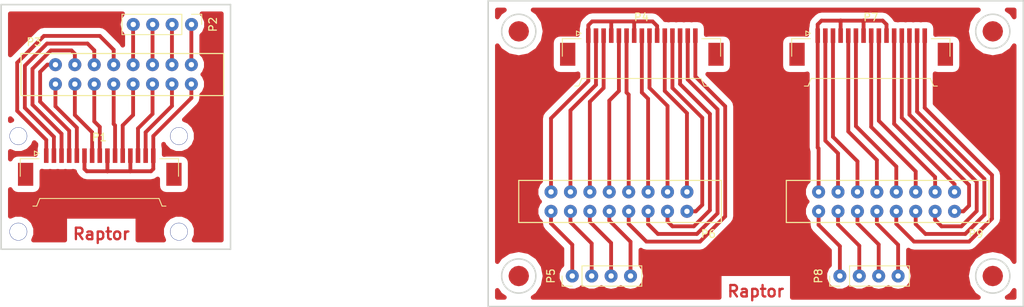
<source format=kicad_pcb>
(kicad_pcb (version 4) (host pcbnew 4.0.5)

  (general
    (links 57)
    (no_connects 0)
    (area 32.969999 27.399999 166.870001 68.900001)
    (thickness 1.6)
    (drawings 17)
    (tracks 223)
    (zones 0)
    (modules 13)
    (nets 49)
  )

  (page A4)
  (title_block
    (title Raptor)
  )

  (layers
    (0 F.Cu signal)
    (31 B.Cu signal hide)
    (32 B.Adhes user hide)
    (33 F.Adhes user hide)
    (34 B.Paste user hide)
    (35 F.Paste user hide)
    (36 B.SilkS user hide)
    (37 F.SilkS user)
    (38 B.Mask user hide)
    (39 F.Mask user hide)
    (40 Dwgs.User user hide)
    (41 Cmts.User user hide)
    (42 Eco1.User user hide)
    (43 Eco2.User user hide)
    (44 Edge.Cuts user)
    (45 Margin user hide)
    (46 B.CrtYd user hide)
    (47 F.CrtYd user)
    (48 B.Fab user)
    (49 F.Fab user)
  )

  (setup
    (last_trace_width 0.5)
    (trace_clearance 0.4)
    (zone_clearance 0.8)
    (zone_45_only yes)
    (trace_min 0.2)
    (segment_width 0.2)
    (edge_width 0.2)
    (via_size 0.6)
    (via_drill 0.4)
    (via_min_size 0.4)
    (via_min_drill 0.3)
    (uvia_size 0.3)
    (uvia_drill 0.1)
    (uvias_allowed no)
    (uvia_min_size 0.2)
    (uvia_min_drill 0.1)
    (pcb_text_width 0.3)
    (pcb_text_size 1.5 1.5)
    (mod_edge_width 0.15)
    (mod_text_size 1 1)
    (mod_text_width 0.15)
    (pad_size 1.7 1.7)
    (pad_drill 0.7)
    (pad_to_mask_clearance 0)
    (aux_axis_origin 120.77 133.5)
    (grid_origin 120.77 133.5)
    (visible_elements 7FFFFFFF)
    (pcbplotparams
      (layerselection 0x00030_80000001)
      (usegerberextensions false)
      (excludeedgelayer true)
      (linewidth 0.100000)
      (plotframeref false)
      (viasonmask false)
      (mode 1)
      (useauxorigin false)
      (hpglpennumber 1)
      (hpglpenspeed 20)
      (hpglpendiameter 15)
      (hpglpenoverlay 2)
      (psnegative false)
      (psa4output false)
      (plotreference true)
      (plotvalue true)
      (plotinvisibletext false)
      (padsonsilk false)
      (subtractmaskfromsilk false)
      (outputformat 1)
      (mirror false)
      (drillshape 0)
      (scaleselection 1)
      (outputdirectory ""))
  )

  (net 0 "")
  (net 1 "Net-(P1-Pad1)")
  (net 2 "Net-(P1-Pad2)")
  (net 3 "Net-(P1-Pad3)")
  (net 4 "Net-(P1-Pad5)")
  (net 5 "Net-(P1-Pad6)")
  (net 6 "Net-(P1-Pad8)")
  (net 7 "Net-(P1-Pad9)")
  (net 8 "Net-(P1-Pad11)")
  (net 9 "Net-(P1-Pad12)")
  (net 10 "Net-(P1-Pad13)")
  (net 11 "Net-(P1-Pad14)")
  (net 12 "Net-(P1-Pad15)")
  (net 13 "Net-(P2-Pad3)")
  (net 14 "Net-(P2-Pad4)")
  (net 15 "Net-(P2-Pad2)")
  (net 16 "Net-(P2-Pad1)")
  (net 17 "Net-(P4-Pad15)")
  (net 18 "Net-(P4-Pad14)")
  (net 19 "Net-(P4-Pad13)")
  (net 20 "Net-(P4-Pad12)")
  (net 21 "Net-(P4-Pad11)")
  (net 22 "Net-(P4-Pad1)")
  (net 23 "Net-(P4-Pad9)")
  (net 24 "Net-(P4-Pad8)")
  (net 25 "Net-(P4-Pad6)")
  (net 26 "Net-(P4-Pad5)")
  (net 27 "Net-(P4-Pad3)")
  (net 28 "Net-(P4-Pad2)")
  (net 29 "Net-(P5-Pad1)")
  (net 30 "Net-(P5-Pad2)")
  (net 31 "Net-(P5-Pad3)")
  (net 32 "Net-(P5-Pad4)")
  (net 33 "Net-(P7-Pad15)")
  (net 34 "Net-(P7-Pad14)")
  (net 35 "Net-(P7-Pad13)")
  (net 36 "Net-(P7-Pad12)")
  (net 37 "Net-(P7-Pad11)")
  (net 38 "Net-(P7-Pad1)")
  (net 39 "Net-(P7-Pad9)")
  (net 40 "Net-(P7-Pad8)")
  (net 41 "Net-(P7-Pad6)")
  (net 42 "Net-(P7-Pad5)")
  (net 43 "Net-(P7-Pad3)")
  (net 44 "Net-(P7-Pad2)")
  (net 45 "Net-(P8-Pad1)")
  (net 46 "Net-(P8-Pad2)")
  (net 47 "Net-(P8-Pad3)")
  (net 48 "Net-(P8-Pad4)")

  (net_class Default "To jest domyślna klasa połączeń."
    (clearance 0.4)
    (trace_width 0.5)
    (via_dia 0.6)
    (via_drill 0.4)
    (uvia_dia 0.3)
    (uvia_drill 0.1)
    (add_net "Net-(P1-Pad1)")
    (add_net "Net-(P1-Pad11)")
    (add_net "Net-(P1-Pad12)")
    (add_net "Net-(P1-Pad13)")
    (add_net "Net-(P1-Pad14)")
    (add_net "Net-(P1-Pad15)")
    (add_net "Net-(P1-Pad2)")
    (add_net "Net-(P1-Pad3)")
    (add_net "Net-(P1-Pad5)")
    (add_net "Net-(P1-Pad6)")
    (add_net "Net-(P1-Pad8)")
    (add_net "Net-(P1-Pad9)")
    (add_net "Net-(P2-Pad1)")
    (add_net "Net-(P2-Pad2)")
    (add_net "Net-(P2-Pad3)")
    (add_net "Net-(P2-Pad4)")
    (add_net "Net-(P4-Pad1)")
    (add_net "Net-(P4-Pad11)")
    (add_net "Net-(P4-Pad12)")
    (add_net "Net-(P4-Pad13)")
    (add_net "Net-(P4-Pad14)")
    (add_net "Net-(P4-Pad15)")
    (add_net "Net-(P4-Pad2)")
    (add_net "Net-(P4-Pad3)")
    (add_net "Net-(P4-Pad5)")
    (add_net "Net-(P4-Pad6)")
    (add_net "Net-(P4-Pad8)")
    (add_net "Net-(P4-Pad9)")
    (add_net "Net-(P5-Pad1)")
    (add_net "Net-(P5-Pad2)")
    (add_net "Net-(P5-Pad3)")
    (add_net "Net-(P5-Pad4)")
    (add_net "Net-(P7-Pad1)")
    (add_net "Net-(P7-Pad11)")
    (add_net "Net-(P7-Pad12)")
    (add_net "Net-(P7-Pad13)")
    (add_net "Net-(P7-Pad14)")
    (add_net "Net-(P7-Pad15)")
    (add_net "Net-(P7-Pad2)")
    (add_net "Net-(P7-Pad3)")
    (add_net "Net-(P7-Pad5)")
    (add_net "Net-(P7-Pad6)")
    (add_net "Net-(P7-Pad8)")
    (add_net "Net-(P7-Pad9)")
    (add_net "Net-(P8-Pad1)")
    (add_net "Net-(P8-Pad2)")
    (add_net "Net-(P8-Pad3)")
    (add_net "Net-(P8-Pad4)")
  )

  (module rpi:2.20mmDrill (layer F.Cu) (tedit 58C424E1) (tstamp 58C426D1)
    (at 35.32 57.7)
    (descr "WireConnection with 2.5mm drill")
    (fp_text reference "" (at 4.8514 0.2032) (layer F.SilkS)
      (effects (font (size 1 1) (thickness 0.15)))
    )
    (fp_text value "" (at 5.08 3.81) (layer F.Fab)
      (effects (font (size 1 1) (thickness 0.15)))
    )
    (pad "" thru_hole circle (at 0 0) (size 2.3 2.3) (drill 2.2) (layers *.Cu *.Mask))
  )

  (module rpi:2.20mmDrill (layer F.Cu) (tedit 58C424E1) (tstamp 58C426DA)
    (at 56.32 45.2)
    (descr "WireConnection with 2.5mm drill")
    (fp_text reference "" (at 4.8514 0.2032) (layer F.SilkS)
      (effects (font (size 1 1) (thickness 0.15)))
    )
    (fp_text value "" (at 5.08 3.81) (layer F.Fab)
      (effects (font (size 1 1) (thickness 0.15)))
    )
    (pad "" thru_hole circle (at 0 0) (size 2.3 2.3) (drill 2.2) (layers *.Cu *.Mask))
  )

  (module rpi:2.20mmDrill (layer F.Cu) (tedit 58C424E1) (tstamp 58C426E3)
    (at 56.32 57.7)
    (descr "WireConnection with 2.5mm drill")
    (fp_text reference "" (at 4.8514 0.2032) (layer F.SilkS)
      (effects (font (size 1 1) (thickness 0.15)))
    )
    (fp_text value "" (at 5.08 3.81) (layer F.Fab)
      (effects (font (size 1 1) (thickness 0.15)))
    )
    (pad "" thru_hole circle (at 0 0) (size 2.3 2.3) (drill 2.2) (layers *.Cu *.Mask))
  )

  (module rpi:2.20mmDrill (layer F.Cu) (tedit 58C424E1) (tstamp 58C426F5)
    (at 35.32 45.2)
    (descr "WireConnection with 2.5mm drill")
    (fp_text reference "" (at 4.8514 0.2032) (layer F.SilkS)
      (effects (font (size 1 1) (thickness 0.15)))
    )
    (fp_text value "" (at 5.08 3.81) (layer F.Fab)
      (effects (font (size 1 1) (thickness 0.15)))
    )
    (pad "" thru_hole circle (at 0 0) (size 2.3 2.3) (drill 2.2) (layers *.Cu *.Mask))
  )

  (module raptor:FFC_connector_15x1.0mm (layer F.Cu) (tedit 59348DA7) (tstamp 5934904A)
    (at 45.87 50.2)
    (descr "Molex Panelmate series connector, 1.25mm pitch, side entry SMT, P/N: 53780-1570")
    (tags "conn molex panelmate")
    (path /593486FE)
    (attr smd)
    (fp_text reference P1 (at 0.05 -4.84) (layer F.SilkS)
      (effects (font (size 1 1) (thickness 0.15)))
    )
    (fp_text value CAMERA_CONN_01X15 (at -0.05 5.66) (layer F.Fab)
      (effects (font (size 1 1) (thickness 0.15)))
    )
    (fp_line (start 10.25 -1.89) (end -10.15 -1.89) (layer F.Fab) (width 0.1))
    (fp_line (start -10.15 -1.89) (end -10.15 4.01) (layer F.Fab) (width 0.1))
    (fp_line (start -10.15 4.01) (end -8.25 4.01) (layer F.Fab) (width 0.1))
    (fp_line (start -8.25 4.01) (end -7.85 3.01) (layer F.Fab) (width 0.1))
    (fp_line (start -7.85 3.01) (end 7.95 3.01) (layer F.Fab) (width 0.1))
    (fp_line (start 7.95 3.01) (end 8.35 4.01) (layer F.Fab) (width 0.1))
    (fp_line (start 8.35 4.01) (end 10.25 4.01) (layer F.Fab) (width 0.1))
    (fp_line (start 10.25 4.01) (end 10.25 -1.89) (layer F.Fab) (width 0.1))
    (fp_line (start -7.85 -2.04) (end -10.3 -2.04) (layer F.SilkS) (width 0.12))
    (fp_line (start -10.3 -2.04) (end -10.3 0.265) (layer F.SilkS) (width 0.12))
    (fp_line (start 7.95 -2.04) (end 10.4 -2.04) (layer F.SilkS) (width 0.12))
    (fp_line (start 10.4 -2.04) (end 10.4 0.265) (layer F.SilkS) (width 0.12))
    (fp_line (start -8.65 4.16) (end -8.15 4.16) (layer F.SilkS) (width 0.12))
    (fp_line (start -8.15 4.16) (end -7.75 3.16) (layer F.SilkS) (width 0.12))
    (fp_line (start -7.75 3.16) (end 7.85 3.16) (layer F.SilkS) (width 0.12))
    (fp_line (start 7.85 3.16) (end 8.25 4.16) (layer F.SilkS) (width 0.12))
    (fp_line (start 8.25 4.16) (end 8.75 4.16) (layer F.SilkS) (width 0.12))
    (fp_line (start -7.85 -2.74) (end -8.45 -3.04) (layer F.SilkS) (width 0.12))
    (fp_line (start -8.45 -3.04) (end -8.45 -2.44) (layer F.SilkS) (width 0.12))
    (fp_line (start -8.45 -2.44) (end -7.85 -2.74) (layer F.SilkS) (width 0.12))
    (fp_line (start -7.85 -2.74) (end -8.45 -3.04) (layer F.Fab) (width 0.1))
    (fp_line (start -8.45 -3.04) (end -8.45 -2.44) (layer F.Fab) (width 0.1))
    (fp_line (start -8.45 -2.44) (end -7.85 -2.74) (layer F.Fab) (width 0.1))
    (fp_line (start -10.95 -3.9) (end -10.95 4.7) (layer F.CrtYd) (width 0.05))
    (fp_line (start -10.95 4.7) (end 11.05 4.7) (layer F.CrtYd) (width 0.05))
    (fp_line (start 11.05 4.7) (end 11.05 -3.9) (layer F.CrtYd) (width 0.05))
    (fp_line (start 11.05 -3.9) (end -10.95 -3.9) (layer F.CrtYd) (width 0.05))
    (pad "" smd rect (at -9.6 0) (size 2 3) (layers F.Cu F.Paste F.Mask))
    (pad 15 smd rect (at -6.9 -2.44) (size 0.6 1.9) (layers F.Cu F.Paste F.Mask)
      (net 12 "Net-(P1-Pad15)"))
    (pad 14 smd rect (at -5.9 -2.44) (size 0.6 1.9) (layers F.Cu F.Paste F.Mask)
      (net 11 "Net-(P1-Pad14)"))
    (pad 13 smd rect (at -4.9 -2.44) (size 0.6 1.9) (layers F.Cu F.Paste F.Mask)
      (net 10 "Net-(P1-Pad13)"))
    (pad 12 smd rect (at -3.9 -2.44) (size 0.6 1.9) (layers F.Cu F.Paste F.Mask)
      (net 9 "Net-(P1-Pad12)"))
    (pad 11 smd rect (at -2.9 -2.44) (size 0.6 1.9) (layers F.Cu F.Paste F.Mask)
      (net 8 "Net-(P1-Pad11)"))
    (pad 10 smd rect (at -1.9 -2.44) (size 0.6 1.9) (layers F.Cu F.Paste F.Mask)
      (net 1 "Net-(P1-Pad1)"))
    (pad 9 smd rect (at -0.9 -2.44) (size 0.6 1.9) (layers F.Cu F.Paste F.Mask)
      (net 7 "Net-(P1-Pad9)"))
    (pad 8 smd rect (at 0.1 -2.44) (size 0.6 1.9) (layers F.Cu F.Paste F.Mask)
      (net 6 "Net-(P1-Pad8)"))
    (pad 7 smd rect (at 1.1 -2.44) (size 0.6 1.9) (layers F.Cu F.Paste F.Mask)
      (net 1 "Net-(P1-Pad1)"))
    (pad 6 smd rect (at 2.1 -2.44) (size 0.6 1.9) (layers F.Cu F.Paste F.Mask)
      (net 5 "Net-(P1-Pad6)"))
    (pad 5 smd rect (at 3.1 -2.44) (size 0.6 1.9) (layers F.Cu F.Paste F.Mask)
      (net 4 "Net-(P1-Pad5)"))
    (pad 4 smd rect (at 4.1 -2.44) (size 0.6 1.9) (layers F.Cu F.Paste F.Mask)
      (net 1 "Net-(P1-Pad1)"))
    (pad 3 smd rect (at 5.1 -2.44) (size 0.6 1.9) (layers F.Cu F.Paste F.Mask)
      (net 3 "Net-(P1-Pad3)"))
    (pad 2 smd rect (at 6.1 -2.44) (size 0.6 1.9) (layers F.Cu F.Paste F.Mask)
      (net 2 "Net-(P1-Pad2)"))
    (pad 1 smd rect (at 7.1 -2.44) (size 0.6 1.9) (layers F.Cu F.Paste F.Mask)
      (net 1 "Net-(P1-Pad1)"))
    (pad "" smd rect (at 9.8 0) (size 2 3) (layers F.Cu F.Paste F.Mask))
    (model Connectors_Molex.3dshapes/Molex_Panelmate-53780-1570_15x1.25mm_Angled.wrl
      (at (xyz 0 0 0))
      (scale (xyz 1 1 1))
      (rotate (xyz 0 0 0))
    )
  )

  (module raptor:Pin_Header_Straight_1x04_Pitch2.54mm (layer F.Cu) (tedit 59348D97) (tstamp 59349060)
    (at 57.97 30.6 270)
    (descr "Through hole straight pin header, 1x05, 2.54mm pitch, single row")
    (tags "Through hole pin header THT 1x05 2.54mm single row")
    (path /5934886F)
    (fp_text reference P2 (at 0 -2.8 270) (layer F.SilkS)
      (effects (font (size 1 1) (thickness 0.15)))
    )
    (fp_text value CONN_01X04-RESCUE-adapters (at 0 10.4 360) (layer F.Fab)
      (effects (font (size 1 1) (thickness 0.15)))
    )
    (fp_line (start -1.27 -1.27) (end -1.27 9.03) (layer F.Fab) (width 0.1))
    (fp_line (start -1.27 9.03) (end 1.27 9.03) (layer F.Fab) (width 0.1))
    (fp_line (start 1.27 9.03) (end 1.27 -1.27) (layer F.Fab) (width 0.1))
    (fp_line (start 1.27 -1.27) (end -1.27 -1.27) (layer F.Fab) (width 0.1))
    (fp_line (start -1.33 1.27) (end -1.33 9.09) (layer F.SilkS) (width 0.12))
    (fp_line (start -1.33 9.09) (end 1.33 9.09) (layer F.SilkS) (width 0.12))
    (fp_line (start 1.33 9.09) (end 1.33 1.27) (layer F.SilkS) (width 0.12))
    (fp_line (start 1.33 1.27) (end -1.33 1.27) (layer F.SilkS) (width 0.12))
    (fp_line (start -1.33 0) (end -1.33 -1.33) (layer F.SilkS) (width 0.12))
    (fp_line (start -1.33 -1.33) (end 0 -1.33) (layer F.SilkS) (width 0.12))
    (fp_line (start -1.8 -1.8) (end -1.8 9.45) (layer F.CrtYd) (width 0.05))
    (fp_line (start -1.8 9.45) (end 1.8 9.45) (layer F.CrtYd) (width 0.05))
    (fp_line (start 1.8 9.45) (end 1.8 -1.8) (layer F.CrtYd) (width 0.05))
    (fp_line (start 1.8 -1.8) (end -1.8 -1.8) (layer F.CrtYd) (width 0.05))
    (pad 1 thru_hole circle (at 0 0 270) (size 1.7 1.7) (drill 0.7) (layers *.Cu *.Mask)
      (net 16 "Net-(P2-Pad1)"))
    (pad 2 thru_hole circle (at 0 2.54 270) (size 1.7 1.7) (drill 0.7) (layers *.Cu *.Mask)
      (net 15 "Net-(P2-Pad2)"))
    (pad 3 thru_hole oval (at 0 5.08 270) (size 1.7 1.7) (drill 0.7) (layers *.Cu *.Mask)
      (net 13 "Net-(P2-Pad3)"))
    (pad 4 thru_hole oval (at 0 7.62 270) (size 1.7 1.7) (drill 0.7) (layers *.Cu *.Mask)
      (net 14 "Net-(P2-Pad4)"))
    (model ${KISYS3DMOD}/Pin_Headers.3dshapes/Pin_Header_Straight_1x05_Pitch2.54mm.wrl
      (at (xyz 0 -0.2 0))
      (scale (xyz 1 1 1))
      (rotate (xyz 0 0 90))
    )
  )

  (module raptor:Przejscie_tasma_druk_2x08x2.54mm (layer F.Cu) (tedit 59348D9E) (tstamp 5934907C)
    (at 40.17 38.4)
    (descr http://www.farnell.com/datasheets/1520732.pdf)
    (tags "connector multicomp MC9A MC9A12")
    (path /593487BA)
    (fp_text reference P3 (at -2.8 -5.5) (layer F.SilkS)
      (effects (font (size 1 1) (thickness 0.15)))
    )
    (fp_text value CONN_01X16-RESCUE-adapters (at 8.8 3.5) (layer F.Fab)
      (effects (font (size 1 1) (thickness 0.15)))
    )
    (fp_line (start -4.5 1.5) (end -4.5 -4) (layer F.SilkS) (width 0.15))
    (fp_line (start -4.5 -4) (end 22 -4) (layer F.SilkS) (width 0.15))
    (fp_line (start 22 -4) (end 22 1.5) (layer F.SilkS) (width 0.15))
    (fp_line (start 22 1.5) (end -4.5 1.5) (layer F.SilkS) (width 0.15))
    (fp_line (start -4.85 1.9) (end -4.85 -4.45) (layer F.CrtYd) (width 0.05))
    (fp_line (start -4.85 -4.45) (end 22.45 -4.45) (layer F.CrtYd) (width 0.05))
    (fp_line (start 22.45 -4.45) (end 22.45 1.9) (layer F.CrtYd) (width 0.05))
    (fp_line (start 22.45 1.9) (end -4.85 1.9) (layer F.CrtYd) (width 0.05))
    (pad 1 thru_hole circle (at 0 0) (size 1.7 1.7) (drill 0.7) (layers *.Cu *.Mask)
      (net 8 "Net-(P1-Pad11)"))
    (pad 2 thru_hole circle (at 0 -2.54) (size 1.7 1.7) (drill 0.7) (layers *.Cu *.Mask)
      (net 9 "Net-(P1-Pad12)"))
    (pad 3 thru_hole circle (at 2.54 0) (size 1.7 1.7) (drill 0.7) (layers *.Cu *.Mask)
      (net 7 "Net-(P1-Pad9)"))
    (pad 4 thru_hole circle (at 2.54 -2.54) (size 1.7 1.7) (drill 0.7) (layers *.Cu *.Mask)
      (net 10 "Net-(P1-Pad13)"))
    (pad 5 thru_hole circle (at 5.08 0) (size 1.7 1.7) (drill 0.7) (layers *.Cu *.Mask)
      (net 6 "Net-(P1-Pad8)"))
    (pad 6 thru_hole circle (at 5.08 -2.54) (size 1.7 1.7) (drill 0.7) (layers *.Cu *.Mask)
      (net 11 "Net-(P1-Pad14)"))
    (pad 7 thru_hole circle (at 7.62 0) (size 1.7 1.7) (drill 0.7) (layers *.Cu *.Mask)
      (net 5 "Net-(P1-Pad6)"))
    (pad 8 thru_hole circle (at 7.62 -2.54) (size 1.7 1.7) (drill 0.7) (layers *.Cu *.Mask)
      (net 12 "Net-(P1-Pad15)"))
    (pad 9 thru_hole circle (at 10.16 0) (size 1.7 1.7) (drill 0.7) (layers *.Cu *.Mask)
      (net 4 "Net-(P1-Pad5)"))
    (pad 10 thru_hole circle (at 10.16 -2.54) (size 1.7 1.7) (drill 0.7) (layers *.Cu *.Mask)
      (net 14 "Net-(P2-Pad4)"))
    (pad 11 thru_hole circle (at 12.7 0) (size 1.7 1.7) (drill 0.7) (layers *.Cu *.Mask)
      (net 3 "Net-(P1-Pad3)"))
    (pad 12 thru_hole circle (at 12.7 -2.54) (size 1.7 1.7) (drill 0.7) (layers *.Cu *.Mask)
      (net 13 "Net-(P2-Pad3)"))
    (pad 13 thru_hole circle (at 15.24 0) (size 1.7 1.7) (drill 0.7) (layers *.Cu *.Mask)
      (net 2 "Net-(P1-Pad2)"))
    (pad 14 thru_hole circle (at 15.24 -2.54) (size 1.7 1.7) (drill 0.7) (layers *.Cu *.Mask)
      (net 15 "Net-(P2-Pad2)"))
    (pad 15 thru_hole circle (at 17.78 0) (size 1.7 1.7) (drill 0.7) (layers *.Cu *.Mask)
      (net 1 "Net-(P1-Pad1)"))
    (pad 16 thru_hole circle (at 17.78 -2.54) (size 1.7 1.7) (drill 0.7) (layers *.Cu *.Mask)
      (net 16 "Net-(P2-Pad1)"))
  )

  (module raptor:Pin_Header_Straight_1x04_Pitch2.54mm (layer F.Cu) (tedit 59349BC2) (tstamp 593490C2)
    (at 107.77 63.5 90)
    (descr "Through hole straight pin header, 1x05, 2.54mm pitch, single row")
    (tags "Through hole pin header THT 1x05 2.54mm single row")
    (path /5934952B)
    (fp_text reference P5 (at 0 -2.8 90) (layer F.SilkS)
      (effects (font (size 1 1) (thickness 0.15)))
    )
    (fp_text value "" (at 0 10.4 90) (layer F.Fab)
      (effects (font (size 1 1) (thickness 0.15)))
    )
    (fp_line (start -1.27 -1.27) (end -1.27 9.03) (layer F.Fab) (width 0.1))
    (fp_line (start -1.27 9.03) (end 1.27 9.03) (layer F.Fab) (width 0.1))
    (fp_line (start 1.27 9.03) (end 1.27 -1.27) (layer F.Fab) (width 0.1))
    (fp_line (start 1.27 -1.27) (end -1.27 -1.27) (layer F.Fab) (width 0.1))
    (fp_line (start -1.33 1.27) (end -1.33 9.09) (layer F.SilkS) (width 0.12))
    (fp_line (start -1.33 9.09) (end 1.33 9.09) (layer F.SilkS) (width 0.12))
    (fp_line (start 1.33 9.09) (end 1.33 1.27) (layer F.SilkS) (width 0.12))
    (fp_line (start 1.33 1.27) (end -1.33 1.27) (layer F.SilkS) (width 0.12))
    (fp_line (start -1.33 0) (end -1.33 -1.33) (layer F.SilkS) (width 0.12))
    (fp_line (start -1.33 -1.33) (end 0 -1.33) (layer F.SilkS) (width 0.12))
    (fp_line (start -1.8 -1.8) (end -1.8 9.45) (layer F.CrtYd) (width 0.05))
    (fp_line (start -1.8 9.45) (end 1.8 9.45) (layer F.CrtYd) (width 0.05))
    (fp_line (start 1.8 9.45) (end 1.8 -1.8) (layer F.CrtYd) (width 0.05))
    (fp_line (start 1.8 -1.8) (end -1.8 -1.8) (layer F.CrtYd) (width 0.05))
    (pad 1 thru_hole circle (at 0 0 90) (size 1.7 1.7) (drill 0.7) (layers *.Cu *.Mask)
      (net 29 "Net-(P5-Pad1)"))
    (pad 2 thru_hole circle (at 0 2.54 90) (size 1.7 1.7) (drill 0.7) (layers *.Cu *.Mask)
      (net 30 "Net-(P5-Pad2)"))
    (pad 3 thru_hole oval (at 0 5.08 90) (size 1.7 1.7) (drill 0.7) (layers *.Cu *.Mask)
      (net 31 "Net-(P5-Pad3)"))
    (pad 4 thru_hole oval (at 0 7.62 90) (size 1.7 1.7) (drill 0.7) (layers *.Cu *.Mask)
      (net 32 "Net-(P5-Pad4)"))
    (model ${KISYS3DMOD}/Pin_Headers.3dshapes/Pin_Header_Straight_1x05_Pitch2.54mm.wrl
      (at (xyz 0 -0.2 0))
      (scale (xyz 1 1 1))
      (rotate (xyz 0 0 90))
    )
  )

  (module raptor:Przejscie_tasma_druk_2x08x2.54mm (layer F.Cu) (tedit 59348DC4) (tstamp 593490DE)
    (at 122.77 52.5 180)
    (descr http://www.farnell.com/datasheets/1520732.pdf)
    (tags "connector multicomp MC9A MC9A12")
    (path /59349525)
    (fp_text reference P6 (at -2.8 -5.5 180) (layer F.SilkS)
      (effects (font (size 1 1) (thickness 0.15)))
    )
    (fp_text value CONN_01X16-RESCUE-adapters (at 8.8 3.5 180) (layer F.Fab)
      (effects (font (size 1 1) (thickness 0.15)))
    )
    (fp_line (start -4.5 1.5) (end -4.5 -4) (layer F.SilkS) (width 0.15))
    (fp_line (start -4.5 -4) (end 22 -4) (layer F.SilkS) (width 0.15))
    (fp_line (start 22 -4) (end 22 1.5) (layer F.SilkS) (width 0.15))
    (fp_line (start 22 1.5) (end -4.5 1.5) (layer F.SilkS) (width 0.15))
    (fp_line (start -4.85 1.9) (end -4.85 -4.45) (layer F.CrtYd) (width 0.05))
    (fp_line (start -4.85 -4.45) (end 22.45 -4.45) (layer F.CrtYd) (width 0.05))
    (fp_line (start 22.45 -4.45) (end 22.45 1.9) (layer F.CrtYd) (width 0.05))
    (fp_line (start 22.45 1.9) (end -4.85 1.9) (layer F.CrtYd) (width 0.05))
    (pad 1 thru_hole circle (at 0 0 180) (size 1.7 1.7) (drill 0.7) (layers *.Cu *.Mask)
      (net 21 "Net-(P4-Pad11)"))
    (pad 2 thru_hole circle (at 0 -2.54 180) (size 1.7 1.7) (drill 0.7) (layers *.Cu *.Mask)
      (net 20 "Net-(P4-Pad12)"))
    (pad 3 thru_hole circle (at 2.54 0 180) (size 1.7 1.7) (drill 0.7) (layers *.Cu *.Mask)
      (net 23 "Net-(P4-Pad9)"))
    (pad 4 thru_hole circle (at 2.54 -2.54 180) (size 1.7 1.7) (drill 0.7) (layers *.Cu *.Mask)
      (net 19 "Net-(P4-Pad13)"))
    (pad 5 thru_hole circle (at 5.08 0 180) (size 1.7 1.7) (drill 0.7) (layers *.Cu *.Mask)
      (net 24 "Net-(P4-Pad8)"))
    (pad 6 thru_hole circle (at 5.08 -2.54 180) (size 1.7 1.7) (drill 0.7) (layers *.Cu *.Mask)
      (net 18 "Net-(P4-Pad14)"))
    (pad 7 thru_hole circle (at 7.62 0 180) (size 1.7 1.7) (drill 0.7) (layers *.Cu *.Mask)
      (net 25 "Net-(P4-Pad6)"))
    (pad 8 thru_hole circle (at 7.62 -2.54 180) (size 1.7 1.7) (drill 0.7) (layers *.Cu *.Mask)
      (net 17 "Net-(P4-Pad15)"))
    (pad 9 thru_hole circle (at 10.16 0 180) (size 1.7 1.7) (drill 0.7) (layers *.Cu *.Mask)
      (net 26 "Net-(P4-Pad5)"))
    (pad 10 thru_hole circle (at 10.16 -2.54 180) (size 1.7 1.7) (drill 0.7) (layers *.Cu *.Mask)
      (net 32 "Net-(P5-Pad4)"))
    (pad 11 thru_hole circle (at 12.7 0 180) (size 1.7 1.7) (drill 0.7) (layers *.Cu *.Mask)
      (net 27 "Net-(P4-Pad3)"))
    (pad 12 thru_hole circle (at 12.7 -2.54 180) (size 1.7 1.7) (drill 0.7) (layers *.Cu *.Mask)
      (net 31 "Net-(P5-Pad3)"))
    (pad 13 thru_hole circle (at 15.24 0 180) (size 1.7 1.7) (drill 0.7) (layers *.Cu *.Mask)
      (net 28 "Net-(P4-Pad2)"))
    (pad 14 thru_hole circle (at 15.24 -2.54 180) (size 1.7 1.7) (drill 0.7) (layers *.Cu *.Mask)
      (net 30 "Net-(P5-Pad2)"))
    (pad 15 thru_hole circle (at 17.78 0 180) (size 1.7 1.7) (drill 0.7) (layers *.Cu *.Mask)
      (net 22 "Net-(P4-Pad1)"))
    (pad 16 thru_hole circle (at 17.78 -2.54 180) (size 1.7 1.7) (drill 0.7) (layers *.Cu *.Mask)
      (net 29 "Net-(P5-Pad1)"))
  )

  (module raptor:Pin_Header_Straight_1x04_Pitch2.54mm (layer F.Cu) (tedit 59349BCF) (tstamp 59349124)
    (at 142.77 63.5 90)
    (descr "Through hole straight pin header, 1x05, 2.54mm pitch, single row")
    (tags "Through hole pin header THT 1x05 2.54mm single row")
    (path /5934AA4E)
    (fp_text reference P8 (at 0 -2.8 90) (layer F.SilkS)
      (effects (font (size 1 1) (thickness 0.15)))
    )
    (fp_text value "" (at -0.2 -29.3 180) (layer F.Fab)
      (effects (font (size 1 1) (thickness 0.15)))
    )
    (fp_line (start -1.27 -1.27) (end -1.27 9.03) (layer F.Fab) (width 0.1))
    (fp_line (start -1.27 9.03) (end 1.27 9.03) (layer F.Fab) (width 0.1))
    (fp_line (start 1.27 9.03) (end 1.27 -1.27) (layer F.Fab) (width 0.1))
    (fp_line (start 1.27 -1.27) (end -1.27 -1.27) (layer F.Fab) (width 0.1))
    (fp_line (start -1.33 1.27) (end -1.33 9.09) (layer F.SilkS) (width 0.12))
    (fp_line (start -1.33 9.09) (end 1.33 9.09) (layer F.SilkS) (width 0.12))
    (fp_line (start 1.33 9.09) (end 1.33 1.27) (layer F.SilkS) (width 0.12))
    (fp_line (start 1.33 1.27) (end -1.33 1.27) (layer F.SilkS) (width 0.12))
    (fp_line (start -1.33 0) (end -1.33 -1.33) (layer F.SilkS) (width 0.12))
    (fp_line (start -1.33 -1.33) (end 0 -1.33) (layer F.SilkS) (width 0.12))
    (fp_line (start -1.8 -1.8) (end -1.8 9.45) (layer F.CrtYd) (width 0.05))
    (fp_line (start -1.8 9.45) (end 1.8 9.45) (layer F.CrtYd) (width 0.05))
    (fp_line (start 1.8 9.45) (end 1.8 -1.8) (layer F.CrtYd) (width 0.05))
    (fp_line (start 1.8 -1.8) (end -1.8 -1.8) (layer F.CrtYd) (width 0.05))
    (pad 1 thru_hole circle (at 0 0 90) (size 1.7 1.7) (drill 0.7) (layers *.Cu *.Mask)
      (net 45 "Net-(P8-Pad1)"))
    (pad 2 thru_hole circle (at 0 2.54 90) (size 1.7 1.7) (drill 0.7) (layers *.Cu *.Mask)
      (net 46 "Net-(P8-Pad2)"))
    (pad 3 thru_hole oval (at 0 5.08 90) (size 1.7 1.7) (drill 0.7) (layers *.Cu *.Mask)
      (net 47 "Net-(P8-Pad3)"))
    (pad 4 thru_hole oval (at 0 7.62 90) (size 1.7 1.7) (drill 0.7) (layers *.Cu *.Mask)
      (net 48 "Net-(P8-Pad4)"))
    (model ${KISYS3DMOD}/Pin_Headers.3dshapes/Pin_Header_Straight_1x05_Pitch2.54mm.wrl
      (at (xyz 0 -0.2 0))
      (scale (xyz 1 1 1))
      (rotate (xyz 0 0 90))
    )
  )

  (module raptor:Przejscie_tasma_druk_2x08x2.54mm (layer F.Cu) (tedit 59349F45) (tstamp 59349140)
    (at 157.77 52.5 180)
    (descr http://www.farnell.com/datasheets/1520732.pdf)
    (tags "connector multicomp MC9A MC9A12")
    (path /5934AA48)
    (fp_text reference P9 (at -2.8 -5.5 180) (layer F.SilkS)
      (effects (font (size 1 1) (thickness 0.15)))
    )
    (fp_text value CONN_01X16-RESCUE-adapters (at 8.8 3.5 360) (layer F.Fab)
      (effects (font (size 1 1) (thickness 0.15)))
    )
    (fp_line (start -4.5 1.5) (end -4.5 -4) (layer F.SilkS) (width 0.15))
    (fp_line (start -4.5 -4) (end 22 -4) (layer F.SilkS) (width 0.15))
    (fp_line (start 22 -4) (end 22 1.5) (layer F.SilkS) (width 0.15))
    (fp_line (start 22 1.5) (end -4.5 1.5) (layer F.SilkS) (width 0.15))
    (fp_line (start -4.85 1.9) (end -4.85 -4.45) (layer F.CrtYd) (width 0.05))
    (fp_line (start -4.85 -4.45) (end 22.45 -4.45) (layer F.CrtYd) (width 0.05))
    (fp_line (start 22.45 -4.45) (end 22.45 1.9) (layer F.CrtYd) (width 0.05))
    (fp_line (start 22.45 1.9) (end -4.85 1.9) (layer F.CrtYd) (width 0.05))
    (pad 1 thru_hole circle (at 0 0 180) (size 1.7 1.7) (drill 0.7) (layers *.Cu *.Mask)
      (net 37 "Net-(P7-Pad11)"))
    (pad 2 thru_hole circle (at 0 -2.54 180) (size 1.7 1.7) (drill 0.7) (layers *.Cu *.Mask)
      (net 36 "Net-(P7-Pad12)"))
    (pad 3 thru_hole circle (at 2.54 0 180) (size 1.7 1.7) (drill 0.7) (layers *.Cu *.Mask)
      (net 39 "Net-(P7-Pad9)"))
    (pad 4 thru_hole circle (at 2.54 -2.54 180) (size 1.7 1.7) (drill 0.7) (layers *.Cu *.Mask)
      (net 35 "Net-(P7-Pad13)"))
    (pad 5 thru_hole circle (at 5.08 0 180) (size 1.7 1.7) (drill 0.7) (layers *.Cu *.Mask)
      (net 40 "Net-(P7-Pad8)"))
    (pad 6 thru_hole circle (at 5.08 -2.54 180) (size 1.7 1.7) (drill 0.7) (layers *.Cu *.Mask)
      (net 34 "Net-(P7-Pad14)"))
    (pad 7 thru_hole circle (at 7.62 0 180) (size 1.7 1.7) (drill 0.7) (layers *.Cu *.Mask)
      (net 41 "Net-(P7-Pad6)"))
    (pad 8 thru_hole circle (at 7.62 -2.54 180) (size 1.7 1.7) (drill 0.7) (layers *.Cu *.Mask)
      (net 33 "Net-(P7-Pad15)"))
    (pad 9 thru_hole circle (at 10.16 0 180) (size 1.7 1.7) (drill 0.7) (layers *.Cu *.Mask)
      (net 42 "Net-(P7-Pad5)"))
    (pad 10 thru_hole circle (at 10.16 -2.54 180) (size 1.7 1.7) (drill 0.7) (layers *.Cu *.Mask)
      (net 48 "Net-(P8-Pad4)"))
    (pad 11 thru_hole circle (at 12.7 0 180) (size 1.7 1.7) (drill 0.7) (layers *.Cu *.Mask)
      (net 43 "Net-(P7-Pad3)"))
    (pad 12 thru_hole circle (at 12.7 -2.54 180) (size 1.7 1.7) (drill 0.7) (layers *.Cu *.Mask)
      (net 47 "Net-(P8-Pad3)"))
    (pad 13 thru_hole circle (at 15.24 0 180) (size 1.7 1.7) (drill 0.7) (layers *.Cu *.Mask)
      (net 44 "Net-(P7-Pad2)"))
    (pad 14 thru_hole circle (at 15.24 -2.54 180) (size 1.7 1.7) (drill 0.7) (layers *.Cu *.Mask)
      (net 46 "Net-(P8-Pad2)"))
    (pad 15 thru_hole circle (at 17.78 0 180) (size 1.7 1.7) (drill 0.7) (layers *.Cu *.Mask)
      (net 38 "Net-(P7-Pad1)"))
    (pad 16 thru_hole circle (at 17.78 -2.54 180) (size 1.7 1.7) (drill 0.7) (layers *.Cu *.Mask)
      (net 45 "Net-(P8-Pad1)"))
  )

  (module raptor:FFC_connector_15x1.0mm_LEFT (layer F.Cu) (tedit 5934981F) (tstamp 59349B3C)
    (at 116.77 34.5)
    (descr "Molex Panelmate series connector, 1.25mm pitch, side entry SMT, P/N: 53780-1570")
    (tags "conn molex panelmate")
    (path /59349C0E)
    (attr smd)
    (fp_text reference P4 (at 0.05 -4.84) (layer F.SilkS)
      (effects (font (size 1 1) (thickness 0.15)))
    )
    (fp_text value CAMERA_CONN_01X15_LEFT (at -0.05 5.66) (layer F.Fab)
      (effects (font (size 1 1) (thickness 0.15)))
    )
    (fp_line (start 10.25 -1.89) (end -10.15 -1.89) (layer F.Fab) (width 0.1))
    (fp_line (start -10.15 -1.89) (end -10.15 4.01) (layer F.Fab) (width 0.1))
    (fp_line (start -10.15 4.01) (end -8.25 4.01) (layer F.Fab) (width 0.1))
    (fp_line (start -8.25 4.01) (end -7.85 3.01) (layer F.Fab) (width 0.1))
    (fp_line (start -7.85 3.01) (end 7.95 3.01) (layer F.Fab) (width 0.1))
    (fp_line (start 7.95 3.01) (end 8.35 4.01) (layer F.Fab) (width 0.1))
    (fp_line (start 8.35 4.01) (end 10.25 4.01) (layer F.Fab) (width 0.1))
    (fp_line (start 10.25 4.01) (end 10.25 -1.89) (layer F.Fab) (width 0.1))
    (fp_line (start -7.85 -2.04) (end -10.3 -2.04) (layer F.SilkS) (width 0.12))
    (fp_line (start -10.3 -2.04) (end -10.3 0.265) (layer F.SilkS) (width 0.12))
    (fp_line (start 7.95 -2.04) (end 10.4 -2.04) (layer F.SilkS) (width 0.12))
    (fp_line (start 10.4 -2.04) (end 10.4 0.265) (layer F.SilkS) (width 0.12))
    (fp_line (start -8.65 4.16) (end -8.15 4.16) (layer F.SilkS) (width 0.12))
    (fp_line (start -8.15 4.16) (end -7.75 3.16) (layer F.SilkS) (width 0.12))
    (fp_line (start -7.75 3.16) (end 7.85 3.16) (layer F.SilkS) (width 0.12))
    (fp_line (start 7.85 3.16) (end 8.25 4.16) (layer F.SilkS) (width 0.12))
    (fp_line (start 8.25 4.16) (end 8.75 4.16) (layer F.SilkS) (width 0.12))
    (fp_line (start -7.85 -2.74) (end -8.45 -3.04) (layer F.SilkS) (width 0.12))
    (fp_line (start -8.45 -3.04) (end -8.45 -2.44) (layer F.SilkS) (width 0.12))
    (fp_line (start -8.45 -2.44) (end -7.85 -2.74) (layer F.SilkS) (width 0.12))
    (fp_line (start -7.85 -2.74) (end -8.45 -3.04) (layer F.Fab) (width 0.1))
    (fp_line (start -8.45 -3.04) (end -8.45 -2.44) (layer F.Fab) (width 0.1))
    (fp_line (start -8.45 -2.44) (end -7.85 -2.74) (layer F.Fab) (width 0.1))
    (fp_line (start -10.95 -3.9) (end -10.95 4.7) (layer F.CrtYd) (width 0.05))
    (fp_line (start -10.95 4.7) (end 11.05 4.7) (layer F.CrtYd) (width 0.05))
    (fp_line (start 11.05 4.7) (end 11.05 -3.9) (layer F.CrtYd) (width 0.05))
    (fp_line (start 11.05 -3.9) (end -10.95 -3.9) (layer F.CrtYd) (width 0.05))
    (pad "" smd rect (at -9.6 0) (size 2 3) (layers F.Cu F.Paste F.Mask))
    (pad 1 smd rect (at -6.9 -2.44) (size 0.6 1.9) (layers F.Cu F.Paste F.Mask)
      (net 22 "Net-(P4-Pad1)"))
    (pad 2 smd rect (at -5.9 -2.44) (size 0.6 1.9) (layers F.Cu F.Paste F.Mask)
      (net 28 "Net-(P4-Pad2)"))
    (pad 3 smd rect (at -4.9 -2.44) (size 0.6 1.9) (layers F.Cu F.Paste F.Mask)
      (net 27 "Net-(P4-Pad3)"))
    (pad 4 smd rect (at -3.9 -2.44) (size 0.6 1.9) (layers F.Cu F.Paste F.Mask)
      (net 22 "Net-(P4-Pad1)"))
    (pad 5 smd rect (at -2.9 -2.44) (size 0.6 1.9) (layers F.Cu F.Paste F.Mask)
      (net 26 "Net-(P4-Pad5)"))
    (pad 6 smd rect (at -1.9 -2.44) (size 0.6 1.9) (layers F.Cu F.Paste F.Mask)
      (net 25 "Net-(P4-Pad6)"))
    (pad 7 smd rect (at -0.9 -2.44) (size 0.6 1.9) (layers F.Cu F.Paste F.Mask)
      (net 22 "Net-(P4-Pad1)"))
    (pad 8 smd rect (at 0.1 -2.44) (size 0.6 1.9) (layers F.Cu F.Paste F.Mask)
      (net 24 "Net-(P4-Pad8)"))
    (pad 9 smd rect (at 1.1 -2.44) (size 0.6 1.9) (layers F.Cu F.Paste F.Mask)
      (net 23 "Net-(P4-Pad9)"))
    (pad 10 smd rect (at 2.1 -2.44) (size 0.6 1.9) (layers F.Cu F.Paste F.Mask)
      (net 22 "Net-(P4-Pad1)"))
    (pad 11 smd rect (at 3.1 -2.44) (size 0.6 1.9) (layers F.Cu F.Paste F.Mask)
      (net 21 "Net-(P4-Pad11)"))
    (pad 12 smd rect (at 4.1 -2.44) (size 0.6 1.9) (layers F.Cu F.Paste F.Mask)
      (net 20 "Net-(P4-Pad12)"))
    (pad 13 smd rect (at 5.1 -2.44) (size 0.6 1.9) (layers F.Cu F.Paste F.Mask)
      (net 19 "Net-(P4-Pad13)"))
    (pad 14 smd rect (at 6.1 -2.44) (size 0.6 1.9) (layers F.Cu F.Paste F.Mask)
      (net 18 "Net-(P4-Pad14)"))
    (pad 15 smd rect (at 7.1 -2.44) (size 0.6 1.9) (layers F.Cu F.Paste F.Mask)
      (net 17 "Net-(P4-Pad15)"))
    (pad "" smd rect (at 9.8 0) (size 2 3) (layers F.Cu F.Paste F.Mask))
    (model Connectors_Molex.3dshapes/Molex_Panelmate-53780-1570_15x1.25mm_Angled.wrl
      (at (xyz 0 0 0))
      (scale (xyz 1 1 1))
      (rotate (xyz 0 0 0))
    )
  )

  (module raptor:FFC_connector_15x1.0mm_LEFT (layer F.Cu) (tedit 5934981F) (tstamp 59349B6C)
    (at 146.77 34.5)
    (descr "Molex Panelmate series connector, 1.25mm pitch, side entry SMT, P/N: 53780-1570")
    (tags "conn molex panelmate")
    (path /5934AA54)
    (attr smd)
    (fp_text reference P7 (at 0.05 -4.84) (layer F.SilkS)
      (effects (font (size 1 1) (thickness 0.15)))
    )
    (fp_text value CAMERA_CONN_01X15_LEFT (at -0.05 5.66) (layer F.Fab)
      (effects (font (size 1 1) (thickness 0.15)))
    )
    (fp_line (start 10.25 -1.89) (end -10.15 -1.89) (layer F.Fab) (width 0.1))
    (fp_line (start -10.15 -1.89) (end -10.15 4.01) (layer F.Fab) (width 0.1))
    (fp_line (start -10.15 4.01) (end -8.25 4.01) (layer F.Fab) (width 0.1))
    (fp_line (start -8.25 4.01) (end -7.85 3.01) (layer F.Fab) (width 0.1))
    (fp_line (start -7.85 3.01) (end 7.95 3.01) (layer F.Fab) (width 0.1))
    (fp_line (start 7.95 3.01) (end 8.35 4.01) (layer F.Fab) (width 0.1))
    (fp_line (start 8.35 4.01) (end 10.25 4.01) (layer F.Fab) (width 0.1))
    (fp_line (start 10.25 4.01) (end 10.25 -1.89) (layer F.Fab) (width 0.1))
    (fp_line (start -7.85 -2.04) (end -10.3 -2.04) (layer F.SilkS) (width 0.12))
    (fp_line (start -10.3 -2.04) (end -10.3 0.265) (layer F.SilkS) (width 0.12))
    (fp_line (start 7.95 -2.04) (end 10.4 -2.04) (layer F.SilkS) (width 0.12))
    (fp_line (start 10.4 -2.04) (end 10.4 0.265) (layer F.SilkS) (width 0.12))
    (fp_line (start -8.65 4.16) (end -8.15 4.16) (layer F.SilkS) (width 0.12))
    (fp_line (start -8.15 4.16) (end -7.75 3.16) (layer F.SilkS) (width 0.12))
    (fp_line (start -7.75 3.16) (end 7.85 3.16) (layer F.SilkS) (width 0.12))
    (fp_line (start 7.85 3.16) (end 8.25 4.16) (layer F.SilkS) (width 0.12))
    (fp_line (start 8.25 4.16) (end 8.75 4.16) (layer F.SilkS) (width 0.12))
    (fp_line (start -7.85 -2.74) (end -8.45 -3.04) (layer F.SilkS) (width 0.12))
    (fp_line (start -8.45 -3.04) (end -8.45 -2.44) (layer F.SilkS) (width 0.12))
    (fp_line (start -8.45 -2.44) (end -7.85 -2.74) (layer F.SilkS) (width 0.12))
    (fp_line (start -7.85 -2.74) (end -8.45 -3.04) (layer F.Fab) (width 0.1))
    (fp_line (start -8.45 -3.04) (end -8.45 -2.44) (layer F.Fab) (width 0.1))
    (fp_line (start -8.45 -2.44) (end -7.85 -2.74) (layer F.Fab) (width 0.1))
    (fp_line (start -10.95 -3.9) (end -10.95 4.7) (layer F.CrtYd) (width 0.05))
    (fp_line (start -10.95 4.7) (end 11.05 4.7) (layer F.CrtYd) (width 0.05))
    (fp_line (start 11.05 4.7) (end 11.05 -3.9) (layer F.CrtYd) (width 0.05))
    (fp_line (start 11.05 -3.9) (end -10.95 -3.9) (layer F.CrtYd) (width 0.05))
    (pad "" smd rect (at -9.6 0) (size 2 3) (layers F.Cu F.Paste F.Mask))
    (pad 1 smd rect (at -6.9 -2.44) (size 0.6 1.9) (layers F.Cu F.Paste F.Mask)
      (net 38 "Net-(P7-Pad1)"))
    (pad 2 smd rect (at -5.9 -2.44) (size 0.6 1.9) (layers F.Cu F.Paste F.Mask)
      (net 44 "Net-(P7-Pad2)"))
    (pad 3 smd rect (at -4.9 -2.44) (size 0.6 1.9) (layers F.Cu F.Paste F.Mask)
      (net 43 "Net-(P7-Pad3)"))
    (pad 4 smd rect (at -3.9 -2.44) (size 0.6 1.9) (layers F.Cu F.Paste F.Mask)
      (net 38 "Net-(P7-Pad1)"))
    (pad 5 smd rect (at -2.9 -2.44) (size 0.6 1.9) (layers F.Cu F.Paste F.Mask)
      (net 42 "Net-(P7-Pad5)"))
    (pad 6 smd rect (at -1.9 -2.44) (size 0.6 1.9) (layers F.Cu F.Paste F.Mask)
      (net 41 "Net-(P7-Pad6)"))
    (pad 7 smd rect (at -0.9 -2.44) (size 0.6 1.9) (layers F.Cu F.Paste F.Mask)
      (net 38 "Net-(P7-Pad1)"))
    (pad 8 smd rect (at 0.1 -2.44) (size 0.6 1.9) (layers F.Cu F.Paste F.Mask)
      (net 40 "Net-(P7-Pad8)"))
    (pad 9 smd rect (at 1.1 -2.44) (size 0.6 1.9) (layers F.Cu F.Paste F.Mask)
      (net 39 "Net-(P7-Pad9)"))
    (pad 10 smd rect (at 2.1 -2.44) (size 0.6 1.9) (layers F.Cu F.Paste F.Mask)
      (net 38 "Net-(P7-Pad1)"))
    (pad 11 smd rect (at 3.1 -2.44) (size 0.6 1.9) (layers F.Cu F.Paste F.Mask)
      (net 37 "Net-(P7-Pad11)"))
    (pad 12 smd rect (at 4.1 -2.44) (size 0.6 1.9) (layers F.Cu F.Paste F.Mask)
      (net 36 "Net-(P7-Pad12)"))
    (pad 13 smd rect (at 5.1 -2.44) (size 0.6 1.9) (layers F.Cu F.Paste F.Mask)
      (net 35 "Net-(P7-Pad13)"))
    (pad 14 smd rect (at 6.1 -2.44) (size 0.6 1.9) (layers F.Cu F.Paste F.Mask)
      (net 34 "Net-(P7-Pad14)"))
    (pad 15 smd rect (at 7.1 -2.44) (size 0.6 1.9) (layers F.Cu F.Paste F.Mask)
      (net 33 "Net-(P7-Pad15)"))
    (pad "" smd rect (at 9.8 0) (size 2 3) (layers F.Cu F.Paste F.Mask))
    (model Connectors_Molex.3dshapes/Molex_Panelmate-53780-1570_15x1.25mm_Angled.wrl
      (at (xyz 0 0 0))
      (scale (xyz 1 1 1))
      (rotate (xyz 0 0 0))
    )
  )

  (gr_text Raptor (at 131.77 65.5) (layer F.Cu)
    (effects (font (size 1.5 1.5) (thickness 0.3)))
  )
  (gr_circle (center 162.77 31.5) (end 164.77 32.5) (layer Edge.Cuts) (width 0.2))
  (gr_circle (center 162.77 63.5) (end 164.77 64.5) (layer Edge.Cuts) (width 0.2))
  (gr_circle (center 100.77 31.5) (end 101.77 33.5) (layer Edge.Cuts) (width 0.2))
  (gr_circle (center 100.77 63.5) (end 102.77 64.5) (layer Edge.Cuts) (width 0.2))
  (gr_line (start 96.77 67.5) (end 96.77 27.5) (angle 90) (layer Edge.Cuts) (width 0.2))
  (gr_line (start 166.77 67.5) (end 96.77 67.5) (angle 90) (layer Edge.Cuts) (width 0.2))
  (gr_line (start 166.77 27.5) (end 166.77 67.5) (angle 90) (layer Edge.Cuts) (width 0.2))
  (gr_line (start 96.77 27.5) (end 166.77 27.5) (angle 90) (layer Edge.Cuts) (width 0.2))
  (dimension 32 (width 0.3) (layer B.Fab)
    (gr_text "32,000 mm" (at 71.42 44 90) (layer B.Fab)
      (effects (font (size 1.5 1.5) (thickness 0.3)))
    )
    (feature1 (pts (xy 63.07 28) (xy 72.77 28)))
    (feature2 (pts (xy 63.07 60) (xy 72.77 60)))
    (crossbar (pts (xy 70.07 60) (xy 70.07 28)))
    (arrow1a (pts (xy 70.07 28) (xy 70.656421 29.126504)))
    (arrow1b (pts (xy 70.07 28) (xy 69.483579 29.126504)))
    (arrow2a (pts (xy 70.07 60) (xy 70.656421 58.873496)))
    (arrow2b (pts (xy 70.07 60) (xy 69.483579 58.873496)))
  )
  (dimension 30 (width 0.3) (layer B.Fab)
    (gr_text "30,000 mm" (at 48.07 67.55) (layer B.Fab)
      (effects (font (size 1.5 1.5) (thickness 0.3)))
    )
    (feature1 (pts (xy 63.07 60) (xy 63.07 68.9)))
    (feature2 (pts (xy 33.07 60) (xy 33.07 68.9)))
    (crossbar (pts (xy 33.07 66.2) (xy 63.07 66.2)))
    (arrow1a (pts (xy 63.07 66.2) (xy 61.943496 66.786421)))
    (arrow1b (pts (xy 63.07 66.2) (xy 61.943496 65.613579)))
    (arrow2a (pts (xy 33.07 66.2) (xy 34.196504 66.786421)))
    (arrow2b (pts (xy 33.07 66.2) (xy 34.196504 65.613579)))
  )
  (gr_line (start 63.07 60) (end 33.07 60) (angle 90) (layer Edge.Cuts) (width 0.2))
  (gr_line (start 63.07 60) (end 63.07 28) (angle 90) (layer Edge.Cuts) (width 0.2))
  (gr_text Raptor (at 46.17 58) (layer F.Cu)
    (effects (font (size 1.5 1.5) (thickness 0.3)))
  )
  (gr_line (start 63.07 28) (end 33.07 28) (angle 90) (layer Edge.Cuts) (width 0.2))
  (gr_circle (center 56.27 57.7) (end 56.27 58.7) (layer F.Fab) (width 0.2))
  (gr_line (start 33.07 60) (end 33.07 28) (angle 90) (layer Edge.Cuts) (width 0.2))

  (segment (start 57.95 40.22) (end 57.95 38.4) (width 0.5) (layer F.Cu) (net 1) (tstamp 593473D6))
  (segment (start 52.97 47.86) (end 52.97 45.2) (width 0.5) (layer F.Cu) (net 1))
  (segment (start 52.97 45.2) (end 57.95 40.22) (width 0.5) (layer F.Cu) (net 1) (tstamp 593473D4))
  (segment (start 52.97 47.86) (end 52.97 49.5) (width 0.5) (layer F.Cu) (net 1))
  (segment (start 52.97 49.5) (end 52.67 49.8) (width 0.5) (layer F.Cu) (net 1) (tstamp 59347242))
  (segment (start 52.67 49.8) (end 49.97 49.8) (width 0.5) (layer F.Cu) (net 1) (tstamp 59347243))
  (segment (start 49.97 49.8) (end 46.97 49.8) (width 0.5) (layer F.Cu) (net 1) (tstamp 5934724F))
  (segment (start 46.97 49.8) (end 46.97 49.7) (width 0.5) (layer F.Cu) (net 1) (tstamp 59347248))
  (segment (start 46.97 49.7) (end 46.97 49.8) (width 0.5) (layer F.Cu) (net 1) (tstamp 5934724A))
  (segment (start 46.97 49.8) (end 44.27 49.8) (width 0.5) (layer F.Cu) (net 1) (tstamp 5934724B))
  (segment (start 44.27 49.8) (end 43.97 49.5) (width 0.5) (layer F.Cu) (net 1) (tstamp 59347244))
  (segment (start 49.97 47.86) (end 49.97 49.8) (width 0.5) (layer F.Cu) (net 1))
  (segment (start 46.97 47.86) (end 46.97 49.8) (width 0.5) (layer F.Cu) (net 1))
  (segment (start 43.97 49.5) (end 43.97 47.86) (width 0.5) (layer F.Cu) (net 1) (tstamp 59347245))
  (segment (start 55.41 41.26) (end 55.41 38.4) (width 0.5) (layer F.Cu) (net 2) (tstamp 593473DC))
  (segment (start 51.97 47.86) (end 51.97 44.7) (width 0.5) (layer F.Cu) (net 2))
  (segment (start 51.97 44.7) (end 55.41 41.26) (width 0.5) (layer F.Cu) (net 2) (tstamp 593473DA))
  (segment (start 50.97 47.96) (end 50.97 44.2) (width 0.5) (layer F.Cu) (net 3))
  (segment (start 50.97 44.2) (end 52.87 42.3) (width 0.5) (layer F.Cu) (net 3) (tstamp 593493A7))
  (segment (start 52.87 42.3) (end 52.87 38.4) (width 0.5) (layer F.Cu) (net 3) (tstamp 593493A8))
  (segment (start 50.33 42.44) (end 50.33 38.4) (width 0.5) (layer F.Cu) (net 4) (tstamp 59347252))
  (segment (start 48.97 47.86) (end 48.97 43.8) (width 0.5) (layer F.Cu) (net 4))
  (segment (start 48.97 43.8) (end 50.33 42.44) (width 0.5) (layer F.Cu) (net 4) (tstamp 59347251))
  (segment (start 47.97 47.86) (end 47.97 43.8) (width 0.5) (layer F.Cu) (net 5))
  (segment (start 47.97 43.8) (end 47.79 43.62) (width 0.5) (layer F.Cu) (net 5) (tstamp 59347255))
  (segment (start 47.79 43.62) (end 47.79 38.4) (width 0.5) (layer F.Cu) (net 5) (tstamp 59347256))
  (segment (start 45.25 43.28) (end 45.25 38.4) (width 0.5) (layer F.Cu) (net 6) (tstamp 5934725A))
  (segment (start 45.97 47.86) (end 45.97 44) (width 0.5) (layer F.Cu) (net 6))
  (segment (start 45.97 44) (end 45.25 43.28) (width 0.5) (layer F.Cu) (net 6) (tstamp 59347259))
  (segment (start 44.97 47.86) (end 44.97 44.7) (width 0.5) (layer F.Cu) (net 7))
  (segment (start 44.97 44.7) (end 42.71 42.44) (width 0.5) (layer F.Cu) (net 7) (tstamp 5934725D))
  (segment (start 42.71 42.44) (end 42.71 38.4) (width 0.5) (layer F.Cu) (net 7) (tstamp 5934725F))
  (segment (start 40.17 41.3) (end 40.17 38.4) (width 0.5) (layer F.Cu) (net 8) (tstamp 59347360))
  (segment (start 42.97 47.86) (end 42.97 44.1) (width 0.5) (layer F.Cu) (net 8))
  (segment (start 42.97 44.1) (end 40.17 41.3) (width 0.5) (layer F.Cu) (net 8) (tstamp 5934735E))
  (segment (start 39.11 35.86) (end 40.17 35.86) (width 0.5) (layer F.Cu) (net 9) (tstamp 593473A4))
  (segment (start 38.17 36.8) (end 39.11 35.86) (width 0.5) (layer F.Cu) (net 9) (tstamp 593473A3))
  (segment (start 38.17 40.7) (end 38.17 36.8) (width 0.5) (layer F.Cu) (net 9) (tstamp 593473A1))
  (segment (start 41.97 47.86) (end 41.97 44.5) (width 0.5) (layer F.Cu) (net 9))
  (segment (start 41.97 44.5) (end 38.17 40.7) (width 0.5) (layer F.Cu) (net 9) (tstamp 5934739F))
  (segment (start 42.71 34.44) (end 42.71 35.86) (width 0.5) (layer F.Cu) (net 10) (tstamp 59347536))
  (segment (start 42.270002 34.000002) (end 42.71 34.44) (width 0.5) (layer F.Cu) (net 10) (tstamp 59347533))
  (segment (start 39.569998 34.000002) (end 42.270002 34.000002) (width 0.5) (layer F.Cu) (net 10) (tstamp 5934752D))
  (segment (start 37.17 36.4) (end 39.569998 34.000002) (width 0.5) (layer F.Cu) (net 10) (tstamp 5934752A))
  (segment (start 37.17 41.1) (end 37.17 36.4) (width 0.5) (layer F.Cu) (net 10) (tstamp 59347525))
  (segment (start 40.97 47.86) (end 40.97 44.9) (width 0.5) (layer F.Cu) (net 10))
  (segment (start 40.97 44.9) (end 37.17 41.1) (width 0.5) (layer F.Cu) (net 10) (tstamp 59347520))
  (segment (start 45.25 33.98) (end 45.25 35.86) (width 0.5) (layer F.Cu) (net 11) (tstamp 593473BF))
  (segment (start 44.37 33.1) (end 45.25 33.98) (width 0.5) (layer F.Cu) (net 11) (tstamp 593473BE))
  (segment (start 39.07 33.1) (end 44.37 33.1) (width 0.5) (layer F.Cu) (net 11) (tstamp 593473BC))
  (segment (start 36.17 36) (end 39.07 33.1) (width 0.5) (layer F.Cu) (net 11) (tstamp 593473BA))
  (segment (start 36.17 41.5) (end 36.17 36) (width 0.5) (layer F.Cu) (net 11) (tstamp 593473B8))
  (segment (start 39.97 47.86) (end 39.97 45.3) (width 0.5) (layer F.Cu) (net 11))
  (segment (start 39.97 45.3) (end 36.17 41.5) (width 0.5) (layer F.Cu) (net 11) (tstamp 593473B6))
  (segment (start 38.97 47.86) (end 38.97 45.7) (width 0.5) (layer F.Cu) (net 12))
  (segment (start 47.79 33.92) (end 47.79 35.86) (width 0.5) (layer F.Cu) (net 12) (tstamp 593473D0))
  (segment (start 45.97 32.1) (end 47.79 33.92) (width 0.5) (layer F.Cu) (net 12) (tstamp 593473CF))
  (segment (start 38.67 32.1) (end 45.97 32.1) (width 0.5) (layer F.Cu) (net 12) (tstamp 593473CD))
  (segment (start 35.17 35.6) (end 38.67 32.1) (width 0.5) (layer F.Cu) (net 12) (tstamp 593473CB))
  (segment (start 35.17 41.9) (end 35.17 35.6) (width 0.5) (layer F.Cu) (net 12) (tstamp 593473C9))
  (segment (start 38.97 45.7) (end 35.17 41.9) (width 0.5) (layer F.Cu) (net 12) (tstamp 593473C7))
  (segment (start 52.87 35.86) (end 52.87 30.62) (width 0.5) (layer F.Cu) (net 13))
  (segment (start 52.87 30.62) (end 52.89 30.6) (width 0.5) (layer F.Cu) (net 13) (tstamp 5934939A))
  (segment (start 52.87 30.62) (end 52.89 30.6) (width 0.5) (layer F.Cu) (net 13) (tstamp 5934721B))
  (segment (start 50.33 35.86) (end 50.33 30.62) (width 0.5) (layer F.Cu) (net 14))
  (segment (start 50.33 30.62) (end 50.35 30.6) (width 0.5) (layer F.Cu) (net 14) (tstamp 59349397))
  (segment (start 50.33 30.62) (end 50.35 30.6) (width 0.5) (layer F.Cu) (net 14) (tstamp 5934721E))
  (segment (start 55.41 35.86) (end 55.41 30.62) (width 0.5) (layer F.Cu) (net 15))
  (segment (start 55.41 30.62) (end 55.43 30.6) (width 0.5) (layer F.Cu) (net 15) (tstamp 5934939D))
  (segment (start 55.41 30.62) (end 55.43 30.6) (width 0.5) (layer F.Cu) (net 15) (tstamp 59347218))
  (segment (start 57.95 35.86) (end 57.95 30.62) (width 0.5) (layer F.Cu) (net 16))
  (segment (start 57.95 30.62) (end 57.97 30.6) (width 0.5) (layer F.Cu) (net 16) (tstamp 593493A0))
  (segment (start 57.95 30.62) (end 57.97 30.6) (width 0.5) (layer F.Cu) (net 16) (tstamp 59347215))
  (segment (start 123.87 32.06) (end 123.87 37.4) (width 0.5) (layer F.Cu) (net 17))
  (segment (start 115.15 56.68) (end 115.15 55.04) (width 0.5) (layer F.Cu) (net 17) (tstamp 5934AA95))
  (segment (start 117.47 59) (end 115.15 56.68) (width 0.5) (layer F.Cu) (net 17) (tstamp 5934AA93))
  (segment (start 124.47 59) (end 117.47 59) (width 0.5) (layer F.Cu) (net 17) (tstamp 5934AA91))
  (segment (start 127.77 55.7) (end 124.47 59) (width 0.5) (layer F.Cu) (net 17) (tstamp 5934AA8F))
  (segment (start 127.77 41.3) (end 127.77 55.7) (width 0.5) (layer F.Cu) (net 17) (tstamp 5934AA8D))
  (segment (start 123.87 37.4) (end 127.77 41.3) (width 0.5) (layer F.Cu) (net 17) (tstamp 5934AA8B))
  (segment (start 122.87 32.06) (end 122.87 37.8) (width 0.5) (layer F.Cu) (net 18))
  (segment (start 117.69 56.72) (end 117.69 55.04) (width 0.5) (layer F.Cu) (net 18) (tstamp 5934AA88))
  (segment (start 118.97 58) (end 117.69 56.72) (width 0.5) (layer F.Cu) (net 18) (tstamp 5934AA87))
  (segment (start 124.07 58) (end 118.97 58) (width 0.5) (layer F.Cu) (net 18) (tstamp 5934AA85))
  (segment (start 126.77 55.3) (end 124.07 58) (width 0.5) (layer F.Cu) (net 18) (tstamp 5934AA83))
  (segment (start 126.77 41.7) (end 126.77 55.3) (width 0.5) (layer F.Cu) (net 18) (tstamp 5934AA81))
  (segment (start 122.87 37.8) (end 126.77 41.7) (width 0.5) (layer F.Cu) (net 18) (tstamp 5934AA7F))
  (segment (start 121.87 32.06) (end 121.87 38.4) (width 0.5) (layer F.Cu) (net 19))
  (segment (start 120.23 56.36) (end 120.23 55.04) (width 0.5) (layer F.Cu) (net 19) (tstamp 5934AA7C))
  (segment (start 120.87 57) (end 120.23 56.36) (width 0.5) (layer F.Cu) (net 19) (tstamp 5934AA7B))
  (segment (start 123.67 57) (end 120.87 57) (width 0.5) (layer F.Cu) (net 19) (tstamp 5934AA79))
  (segment (start 125.77 54.9) (end 123.67 57) (width 0.5) (layer F.Cu) (net 19) (tstamp 5934AA77))
  (segment (start 125.77 42.3) (end 125.77 54.9) (width 0.5) (layer F.Cu) (net 19) (tstamp 5934AA75))
  (segment (start 121.87 38.4) (end 125.77 42.3) (width 0.5) (layer F.Cu) (net 19) (tstamp 5934AA73))
  (segment (start 120.87 32.06) (end 120.87 38.9) (width 0.5) (layer F.Cu) (net 20))
  (segment (start 123.93 55.04) (end 122.77 55.04) (width 0.5) (layer F.Cu) (net 20) (tstamp 5934AA65))
  (segment (start 124.77 54.2) (end 123.93 55.04) (width 0.5) (layer F.Cu) (net 20) (tstamp 5934AA64))
  (segment (start 124.77 42.8) (end 124.77 54.2) (width 0.5) (layer F.Cu) (net 20) (tstamp 5934AA62))
  (segment (start 120.87 38.9) (end 124.77 42.8) (width 0.5) (layer F.Cu) (net 20) (tstamp 5934AA60))
  (segment (start 122.77 52.5) (end 122.77 42.2) (width 0.5) (layer F.Cu) (net 21))
  (segment (start 119.87 39.3) (end 119.87 32.06) (width 0.5) (layer F.Cu) (net 21) (tstamp 5934AA5C))
  (segment (start 122.77 42.2) (end 119.87 39.3) (width 0.5) (layer F.Cu) (net 21) (tstamp 5934AA5A))
  (segment (start 104.99 52.5) (end 104.99 42.88) (width 0.5) (layer F.Cu) (net 22))
  (segment (start 109.87 38) (end 109.87 32.06) (width 0.5) (layer F.Cu) (net 22) (tstamp 5934AA2A))
  (segment (start 104.99 42.88) (end 109.87 38) (width 0.5) (layer F.Cu) (net 22) (tstamp 5934AA28))
  (segment (start 112.87 32.06) (end 112.87 30.2) (width 0.5) (layer F.Cu) (net 22))
  (segment (start 112.87 30.2) (end 112.87 30.3) (width 0.5) (layer F.Cu) (net 22) (tstamp 5934AA23))
  (segment (start 112.87 30.3) (end 112.87 30.2) (width 0.5) (layer F.Cu) (net 22) (tstamp 5934AA25))
  (segment (start 115.87 32.06) (end 115.87 30.2) (width 0.5) (layer F.Cu) (net 22))
  (segment (start 115.87 30.2) (end 115.87 30.4) (width 0.5) (layer F.Cu) (net 22) (tstamp 5934AA1E))
  (segment (start 115.87 30.4) (end 115.87 30.2) (width 0.5) (layer F.Cu) (net 22) (tstamp 5934AA20))
  (segment (start 109.87 32.06) (end 109.87 30.7) (width 0.5) (layer F.Cu) (net 22))
  (segment (start 118.87 30.8) (end 118.87 32.06) (width 0.5) (layer F.Cu) (net 22) (tstamp 5934AA1B))
  (segment (start 118.27 30.2) (end 118.87 30.8) (width 0.5) (layer F.Cu) (net 22) (tstamp 5934AA1A))
  (segment (start 110.37 30.2) (end 112.87 30.2) (width 0.5) (layer F.Cu) (net 22) (tstamp 5934AA19))
  (segment (start 112.87 30.2) (end 115.87 30.2) (width 0.5) (layer F.Cu) (net 22) (tstamp 5934AA26))
  (segment (start 115.87 30.2) (end 118.27 30.2) (width 0.5) (layer F.Cu) (net 22) (tstamp 5934AA21))
  (segment (start 109.87 30.7) (end 110.37 30.2) (width 0.5) (layer F.Cu) (net 22) (tstamp 5934AA18))
  (segment (start 120.23 52.5) (end 120.23 41.26) (width 0.5) (layer F.Cu) (net 23))
  (segment (start 117.87 38.9) (end 117.87 32.06) (width 0.5) (layer F.Cu) (net 23) (tstamp 5934AA56))
  (segment (start 120.23 41.26) (end 117.87 38.9) (width 0.5) (layer F.Cu) (net 23) (tstamp 5934AA54))
  (segment (start 117.69 52.5) (end 117.69 40.32) (width 0.5) (layer F.Cu) (net 24))
  (segment (start 116.87 39.5) (end 116.87 32.06) (width 0.5) (layer F.Cu) (net 24) (tstamp 5934AA4C))
  (segment (start 117.69 40.32) (end 116.87 39.5) (width 0.5) (layer F.Cu) (net 24) (tstamp 5934AA4B))
  (segment (start 115.15 52.5) (end 115.15 39.78) (width 0.5) (layer F.Cu) (net 25))
  (segment (start 114.87 39.5) (end 114.87 32.06) (width 0.5) (layer F.Cu) (net 25) (tstamp 5934AA48))
  (segment (start 115.15 39.78) (end 114.87 39.5) (width 0.5) (layer F.Cu) (net 25) (tstamp 5934AA47))
  (segment (start 112.61 52.5) (end 112.61 40.56) (width 0.5) (layer F.Cu) (net 26))
  (segment (start 113.87 39.3) (end 113.87 32.06) (width 0.5) (layer F.Cu) (net 26) (tstamp 5934AA44))
  (segment (start 112.61 40.56) (end 113.87 39.3) (width 0.5) (layer F.Cu) (net 26) (tstamp 5934AA43))
  (segment (start 110.07 52.5) (end 110.07 40.7) (width 0.5) (layer F.Cu) (net 27))
  (segment (start 111.87 38.9) (end 111.87 32.06) (width 0.5) (layer F.Cu) (net 27) (tstamp 5934AA3D))
  (segment (start 110.07 40.7) (end 111.87 38.9) (width 0.5) (layer F.Cu) (net 27) (tstamp 5934AA3C))
  (segment (start 107.53 52.5) (end 107.53 41.84) (width 0.5) (layer F.Cu) (net 28))
  (segment (start 110.87 38.5) (end 110.87 32.06) (width 0.5) (layer F.Cu) (net 28) (tstamp 5934AA38))
  (segment (start 107.53 41.84) (end 110.87 38.5) (width 0.5) (layer F.Cu) (net 28) (tstamp 5934AA36))
  (segment (start 104.99 55.04) (end 104.99 56.62) (width 0.5) (layer F.Cu) (net 29))
  (segment (start 107.77 59.4) (end 107.77 63.5) (width 0.5) (layer F.Cu) (net 29) (tstamp 5934AA05))
  (segment (start 104.99 56.62) (end 107.77 59.4) (width 0.5) (layer F.Cu) (net 29) (tstamp 5934AA04))
  (segment (start 107.53 55.04) (end 107.53 56.46) (width 0.5) (layer F.Cu) (net 30))
  (segment (start 110.31 59.24) (end 110.31 63.5) (width 0.5) (layer F.Cu) (net 30) (tstamp 5934AA0A))
  (segment (start 107.53 56.46) (end 110.31 59.24) (width 0.5) (layer F.Cu) (net 30) (tstamp 5934AA09))
  (segment (start 110.07 55.04) (end 110.07 56.4) (width 0.5) (layer F.Cu) (net 31))
  (segment (start 112.85 59.18) (end 112.85 63.5) (width 0.5) (layer F.Cu) (net 31) (tstamp 5934AA0F))
  (segment (start 110.07 56.4) (end 112.85 59.18) (width 0.5) (layer F.Cu) (net 31) (tstamp 5934AA0E))
  (segment (start 112.61 55.04) (end 112.61 56.24) (width 0.5) (layer F.Cu) (net 32))
  (segment (start 115.39 59.02) (end 115.39 63.5) (width 0.5) (layer F.Cu) (net 32) (tstamp 5934AA14))
  (segment (start 112.61 56.24) (end 115.39 59.02) (width 0.5) (layer F.Cu) (net 32) (tstamp 5934AA13))
  (segment (start 153.87 32.06) (end 153.87 41.5) (width 0.5) (layer F.Cu) (net 33))
  (segment (start 150.15 56.68) (end 150.15 55.04) (width 0.5) (layer F.Cu) (net 33) (tstamp 5934AB1C))
  (segment (start 152.47 59) (end 150.15 56.68) (width 0.5) (layer F.Cu) (net 33) (tstamp 5934AB1A))
  (segment (start 159.67 59) (end 152.47 59) (width 0.5) (layer F.Cu) (net 33) (tstamp 5934AB18))
  (segment (start 162.67 56) (end 159.67 59) (width 0.5) (layer F.Cu) (net 33) (tstamp 5934AB16))
  (segment (start 162.67 50.3) (end 162.67 56) (width 0.5) (layer F.Cu) (net 33) (tstamp 5934AB14))
  (segment (start 153.87 41.5) (end 162.67 50.3) (width 0.5) (layer F.Cu) (net 33) (tstamp 5934AB12))
  (segment (start 152.87 32.06) (end 152.87 42) (width 0.5) (layer F.Cu) (net 34))
  (segment (start 152.69 56.72) (end 152.69 55.04) (width 0.5) (layer F.Cu) (net 34) (tstamp 5934AB0F))
  (segment (start 153.97 58) (end 152.69 56.72) (width 0.5) (layer F.Cu) (net 34) (tstamp 5934AB0E))
  (segment (start 159.17 58) (end 153.97 58) (width 0.5) (layer F.Cu) (net 34) (tstamp 5934AB0C))
  (segment (start 161.67 55.5) (end 159.17 58) (width 0.5) (layer F.Cu) (net 34) (tstamp 5934AB0A))
  (segment (start 161.67 50.8) (end 161.67 55.5) (width 0.5) (layer F.Cu) (net 34) (tstamp 5934AB08))
  (segment (start 152.87 42) (end 161.67 50.8) (width 0.5) (layer F.Cu) (net 34) (tstamp 5934AB06))
  (segment (start 151.87 32.06) (end 151.87 42.4) (width 0.5) (layer F.Cu) (net 35))
  (segment (start 155.23 56.16) (end 155.23 55.04) (width 0.5) (layer F.Cu) (net 35) (tstamp 5934AB03))
  (segment (start 156.07 57) (end 155.23 56.16) (width 0.5) (layer F.Cu) (net 35) (tstamp 5934AB02))
  (segment (start 158.67 57) (end 156.07 57) (width 0.5) (layer F.Cu) (net 35) (tstamp 5934AB00))
  (segment (start 160.67 55) (end 158.67 57) (width 0.5) (layer F.Cu) (net 35) (tstamp 5934AAFE))
  (segment (start 160.67 51.2) (end 160.67 55) (width 0.5) (layer F.Cu) (net 35) (tstamp 5934AAFC))
  (segment (start 151.87 42.4) (end 160.67 51.2) (width 0.5) (layer F.Cu) (net 35) (tstamp 5934AAFA))
  (segment (start 150.87 32.06) (end 150.87 42.8) (width 0.5) (layer F.Cu) (net 36))
  (segment (start 158.93 55.04) (end 157.77 55.04) (width 0.5) (layer F.Cu) (net 36) (tstamp 5934AAF7))
  (segment (start 159.67 54.3) (end 158.93 55.04) (width 0.5) (layer F.Cu) (net 36) (tstamp 5934AAF6))
  (segment (start 159.67 51.6) (end 159.67 54.3) (width 0.5) (layer F.Cu) (net 36) (tstamp 5934AAF4))
  (segment (start 150.87 42.8) (end 159.67 51.6) (width 0.5) (layer F.Cu) (net 36) (tstamp 5934AAF2))
  (segment (start 157.77 52.5) (end 157.77 51.5) (width 0.5) (layer F.Cu) (net 37))
  (segment (start 149.87 43.6) (end 149.87 32.06) (width 0.5) (layer F.Cu) (net 37) (tstamp 5934AAEE))
  (segment (start 157.77 51.5) (end 149.87 43.6) (width 0.5) (layer F.Cu) (net 37) (tstamp 5934AAED))
  (segment (start 139.99 52.5) (end 139.99 46.82) (width 0.5) (layer F.Cu) (net 38))
  (segment (start 139.87 46.7) (end 139.87 32.06) (width 0.5) (layer F.Cu) (net 38) (tstamp 5934AABF))
  (segment (start 139.99 46.82) (end 139.87 46.7) (width 0.5) (layer F.Cu) (net 38) (tstamp 5934AABE))
  (segment (start 142.87 32.06) (end 142.87 30.1) (width 0.5) (layer F.Cu) (net 38))
  (segment (start 142.87 30.1) (end 142.87 30.3) (width 0.5) (layer F.Cu) (net 38) (tstamp 5934AAAD))
  (segment (start 142.87 30.3) (end 142.87 30.1) (width 0.5) (layer F.Cu) (net 38) (tstamp 5934AAAF))
  (segment (start 145.87 32.06) (end 145.87 30.1) (width 0.5) (layer F.Cu) (net 38))
  (segment (start 145.87 30.1) (end 145.87 30.3) (width 0.5) (layer F.Cu) (net 38) (tstamp 5934AAA8))
  (segment (start 145.87 30.3) (end 145.87 30.1) (width 0.5) (layer F.Cu) (net 38) (tstamp 5934AAAA))
  (segment (start 139.87 32.06) (end 139.87 30.6) (width 0.5) (layer F.Cu) (net 38))
  (segment (start 148.87 30.6) (end 148.87 32.06) (width 0.5) (layer F.Cu) (net 38) (tstamp 5934AAA5))
  (segment (start 148.37 30.1) (end 148.87 30.6) (width 0.5) (layer F.Cu) (net 38) (tstamp 5934AAA4))
  (segment (start 140.37 30.1) (end 142.87 30.1) (width 0.5) (layer F.Cu) (net 38) (tstamp 5934AAA3))
  (segment (start 142.87 30.1) (end 145.87 30.1) (width 0.5) (layer F.Cu) (net 38) (tstamp 5934AAB0))
  (segment (start 145.87 30.1) (end 148.37 30.1) (width 0.5) (layer F.Cu) (net 38) (tstamp 5934AAAB))
  (segment (start 139.87 30.6) (end 140.37 30.1) (width 0.5) (layer F.Cu) (net 38) (tstamp 5934AAA2))
  (segment (start 155.23 52.5) (end 155.23 50.56) (width 0.5) (layer F.Cu) (net 39))
  (segment (start 147.87 43.2) (end 147.87 32.06) (width 0.5) (layer F.Cu) (net 39) (tstamp 5934AAE9))
  (segment (start 155.23 50.56) (end 147.87 43.2) (width 0.5) (layer F.Cu) (net 39) (tstamp 5934AAE8))
  (segment (start 152.69 52.5) (end 152.69 49.82) (width 0.5) (layer F.Cu) (net 40))
  (segment (start 146.87 44) (end 146.87 32.06) (width 0.5) (layer F.Cu) (net 40) (tstamp 5934AAE4))
  (segment (start 152.69 49.82) (end 146.87 44) (width 0.5) (layer F.Cu) (net 40) (tstamp 5934AAE2))
  (segment (start 150.15 52.5) (end 150.15 49.18) (width 0.5) (layer F.Cu) (net 41))
  (segment (start 144.87 43.9) (end 144.87 32.06) (width 0.5) (layer F.Cu) (net 41) (tstamp 5934AADE))
  (segment (start 150.15 49.18) (end 144.87 43.9) (width 0.5) (layer F.Cu) (net 41) (tstamp 5934AADC))
  (segment (start 147.61 52.5) (end 147.61 48.34) (width 0.5) (layer F.Cu) (net 42))
  (segment (start 143.87 44.6) (end 143.87 32.06) (width 0.5) (layer F.Cu) (net 42) (tstamp 5934AAD8))
  (segment (start 147.61 48.34) (end 143.87 44.6) (width 0.5) (layer F.Cu) (net 42) (tstamp 5934AAD6))
  (segment (start 145.07 52.5) (end 145.07 48.5) (width 0.5) (layer F.Cu) (net 43))
  (segment (start 141.87 45.3) (end 141.87 32.06) (width 0.5) (layer F.Cu) (net 43) (tstamp 5934AAD2))
  (segment (start 145.07 48.5) (end 141.87 45.3) (width 0.5) (layer F.Cu) (net 43) (tstamp 5934AAD0))
  (segment (start 142.53 52.5) (end 142.53 47.46) (width 0.5) (layer F.Cu) (net 44))
  (segment (start 140.87 45.8) (end 140.87 32.06) (width 0.5) (layer F.Cu) (net 44) (tstamp 5934AAC3))
  (segment (start 142.53 47.46) (end 140.87 45.8) (width 0.5) (layer F.Cu) (net 44) (tstamp 5934AAC2))
  (segment (start 139.99 55.04) (end 139.99 56.82) (width 0.5) (layer F.Cu) (net 45))
  (segment (start 142.77 59.6) (end 142.77 63.5) (width 0.5) (layer F.Cu) (net 45) (tstamp 5934A9F1))
  (segment (start 139.99 56.82) (end 142.77 59.6) (width 0.5) (layer F.Cu) (net 45) (tstamp 5934A9F0))
  (segment (start 142.53 55.04) (end 142.53 56.76) (width 0.5) (layer F.Cu) (net 46))
  (segment (start 145.31 59.54) (end 145.31 63.5) (width 0.5) (layer F.Cu) (net 46) (tstamp 5934A9F6))
  (segment (start 142.53 56.76) (end 145.31 59.54) (width 0.5) (layer F.Cu) (net 46) (tstamp 5934A9F5))
  (segment (start 145.07 55.04) (end 145.07 56.6) (width 0.5) (layer F.Cu) (net 47))
  (segment (start 147.85 59.38) (end 147.85 63.5) (width 0.5) (layer F.Cu) (net 47) (tstamp 5934A9FB))
  (segment (start 145.07 56.6) (end 147.85 59.38) (width 0.5) (layer F.Cu) (net 47) (tstamp 5934A9FA))
  (segment (start 147.61 55.04) (end 147.61 56.64) (width 0.5) (layer F.Cu) (net 48))
  (segment (start 150.39 59.42) (end 150.39 63.5) (width 0.5) (layer F.Cu) (net 48) (tstamp 5934AA00))
  (segment (start 147.61 56.64) (end 150.39 59.42) (width 0.5) (layer F.Cu) (net 48) (tstamp 5934A9FF))

  (zone (net 0) (net_name "") (layer F.Cu) (tstamp 58F2942D) (hatch edge 0.508)
    (connect_pads (clearance 0.8))
    (min_thickness 0.6)
    (fill yes (arc_segments 16) (thermal_gap 0.8) (thermal_bridge_width 0.8))
    (polygon
      (pts
        (xy 62.97 59.9) (xy 33.17 59.9) (xy 33.17 28.1) (xy 62.97 28.1)
      )
    )
    (filled_polygon
      (pts
        (xy 61.87 58.8) (xy 58.300981 58.8) (xy 58.400188 58.557525) (xy 58.569608 58.149516) (xy 58.569613 58.143429)
        (xy 58.571918 58.137796) (xy 58.570004 57.696244) (xy 58.57039 57.254411) (xy 58.568064 57.248783) (xy 58.568038 57.242698)
        (xy 58.232964 56.433758) (xy 58.231142 56.433368) (xy 58.228569 56.427142) (xy 57.596187 55.793655) (xy 57.586826 55.789768)
        (xy 57.586242 55.787036) (xy 57.177525 55.619812) (xy 56.769516 55.450392) (xy 56.763429 55.450387) (xy 56.757796 55.448082)
        (xy 56.316244 55.449996) (xy 55.874411 55.44961) (xy 55.868783 55.451936) (xy 55.862698 55.451962) (xy 55.053758 55.787036)
        (xy 55.053368 55.788858) (xy 55.047142 55.791431) (xy 54.413655 56.423813) (xy 54.409768 56.433174) (xy 54.407036 56.433758)
        (xy 54.239812 56.842475) (xy 54.070392 57.250484) (xy 54.070387 57.256571) (xy 54.068082 57.262204) (xy 54.069996 57.703756)
        (xy 54.06961 58.145589) (xy 54.071936 58.151217) (xy 54.071962 58.157302) (xy 54.338176 58.8) (xy 50.948572 58.8)
        (xy 50.948572 55.7) (xy 41.391429 55.7) (xy 41.391429 58.8) (xy 37.300981 58.8) (xy 37.400188 58.557525)
        (xy 37.569608 58.149516) (xy 37.569613 58.143429) (xy 37.571918 58.137796) (xy 37.570004 57.696244) (xy 37.57039 57.254411)
        (xy 37.568064 57.248783) (xy 37.568038 57.242698) (xy 37.232964 56.433758) (xy 37.231142 56.433368) (xy 37.228569 56.427142)
        (xy 36.596187 55.793655) (xy 36.586826 55.789768) (xy 36.586242 55.787036) (xy 36.177525 55.619812) (xy 35.769516 55.450392)
        (xy 35.763429 55.450387) (xy 35.757796 55.448082) (xy 35.316244 55.449996) (xy 34.874411 55.44961) (xy 34.868783 55.451936)
        (xy 34.862698 55.451962) (xy 34.27 55.697466) (xy 34.27 52.177332) (xy 34.289888 52.208238) (xy 34.337465 52.3231)
        (xy 34.41133 52.396965) (xy 34.466064 52.482024) (xy 34.561809 52.547444) (xy 34.6469 52.632535) (xy 34.747067 52.674026)
        (xy 34.833654 52.733188) (xy 34.943696 52.755472) (xy 35.051196 52.8) (xy 35.163583 52.8) (xy 35.27 52.82155)
        (xy 37.27 52.82155) (xy 37.384528 52.8) (xy 37.488804 52.8) (xy 37.575602 52.764047) (xy 37.677636 52.744848)
        (xy 37.778238 52.680112) (xy 37.8931 52.632535) (xy 37.966965 52.55867) (xy 38.052024 52.503936) (xy 38.117444 52.408191)
        (xy 38.202535 52.3231) (xy 38.244025 52.222933) (xy 38.303188 52.136346) (xy 38.325472 52.026303) (xy 38.37 51.918803)
        (xy 38.37 51.806417) (xy 38.39155 51.7) (xy 38.39155 49.775163) (xy 38.67 49.83155) (xy 39.27 49.83155)
        (xy 39.477342 49.792536) (xy 39.67 49.83155) (xy 40.27 49.83155) (xy 40.477342 49.792536) (xy 40.67 49.83155)
        (xy 41.27 49.83155) (xy 41.477342 49.792536) (xy 41.67 49.83155) (xy 42.27 49.83155) (xy 42.477342 49.792536)
        (xy 42.67 49.83155) (xy 42.68595 49.83155) (xy 42.722763 50.016623) (xy 42.778474 50.1) (xy 43.015406 50.454594)
        (xy 43.315406 50.754594) (xy 43.753377 51.047237) (xy 44.27 51.15) (xy 52.67 51.15) (xy 53.186623 51.047237)
        (xy 53.54845 50.805472) (xy 53.54845 51.7) (xy 53.57 51.814528) (xy 53.57 51.918803) (xy 53.605953 52.005601)
        (xy 53.625152 52.107636) (xy 53.689888 52.208238) (xy 53.737465 52.3231) (xy 53.81133 52.396965) (xy 53.866064 52.482024)
        (xy 53.961809 52.547444) (xy 54.0469 52.632535) (xy 54.147067 52.674026) (xy 54.233654 52.733188) (xy 54.343696 52.755472)
        (xy 54.451196 52.8) (xy 54.563583 52.8) (xy 54.67 52.82155) (xy 56.67 52.82155) (xy 56.784528 52.8)
        (xy 56.888804 52.8) (xy 56.975602 52.764047) (xy 57.077636 52.744848) (xy 57.178238 52.680112) (xy 57.2931 52.632535)
        (xy 57.366965 52.55867) (xy 57.452024 52.503936) (xy 57.517444 52.408191) (xy 57.602535 52.3231) (xy 57.644025 52.222933)
        (xy 57.703188 52.136346) (xy 57.725472 52.026303) (xy 57.77 51.918803) (xy 57.77 51.806417) (xy 57.79155 51.7)
        (xy 57.79155 48.7) (xy 57.77 48.585472) (xy 57.77 48.481197) (xy 57.734047 48.394399) (xy 57.714848 48.292364)
        (xy 57.650112 48.191762) (xy 57.602535 48.0769) (xy 57.52867 48.003035) (xy 57.473936 47.917976) (xy 57.378191 47.852556)
        (xy 57.2931 47.767465) (xy 57.192933 47.725974) (xy 57.106346 47.666812) (xy 56.996304 47.644528) (xy 56.888804 47.6)
        (xy 56.776417 47.6) (xy 56.67 47.57845) (xy 54.67 47.57845) (xy 54.555472 47.6) (xy 54.451196 47.6)
        (xy 54.39155 47.624706) (xy 54.39155 46.81) (xy 54.32 46.429745) (xy 54.32 46.256119) (xy 54.407036 46.466242)
        (xy 54.408858 46.466632) (xy 54.411431 46.472858) (xy 55.043813 47.106345) (xy 55.053174 47.110232) (xy 55.053758 47.112964)
        (xy 55.462475 47.280188) (xy 55.870484 47.449608) (xy 55.876571 47.449613) (xy 55.882204 47.451918) (xy 56.323756 47.450004)
        (xy 56.765589 47.45039) (xy 56.771217 47.448064) (xy 56.777302 47.448038) (xy 57.586242 47.112964) (xy 57.586632 47.111142)
        (xy 57.592858 47.108569) (xy 58.226345 46.476187) (xy 58.230232 46.466826) (xy 58.232964 46.466242) (xy 58.400188 46.057525)
        (xy 58.569608 45.649516) (xy 58.569613 45.643429) (xy 58.571918 45.637796) (xy 58.570004 45.196244) (xy 58.57039 44.754411)
        (xy 58.568064 44.748783) (xy 58.568038 44.742698) (xy 58.232964 43.933758) (xy 58.231142 43.933368) (xy 58.228569 43.927142)
        (xy 57.596187 43.293655) (xy 57.586826 43.289768) (xy 57.586242 43.287036) (xy 57.177525 43.119812) (xy 57.023382 43.055806)
        (xy 58.904594 41.174594) (xy 59.197238 40.736622) (xy 59.3 40.22) (xy 59.3 39.807668) (xy 59.602166 39.506029)
        (xy 59.899661 38.789581) (xy 59.900338 38.013823) (xy 59.604094 37.296857) (xy 59.437718 37.13019) (xy 59.602166 36.966029)
        (xy 59.899661 36.249581) (xy 59.900338 35.473823) (xy 59.604094 34.756857) (xy 59.3 34.452231) (xy 59.3 32.027633)
        (xy 59.622166 31.706029) (xy 59.919661 30.989581) (xy 59.920338 30.213823) (xy 59.624094 29.496857) (xy 59.327755 29.2)
        (xy 61.87 29.2)
      )
    )
    (filled_polygon
      (pts
        (xy 37.62 46.259188) (xy 37.62 46.456674) (xy 37.54845 46.81) (xy 37.54845 47.624706) (xy 37.488804 47.6)
        (xy 37.376417 47.6) (xy 37.27 47.57845) (xy 35.27 47.57845) (xy 35.155472 47.6) (xy 35.051196 47.6)
        (xy 34.964398 47.635953) (xy 34.862364 47.655152) (xy 34.761762 47.719888) (xy 34.6469 47.767465) (xy 34.573035 47.84133)
        (xy 34.487976 47.896064) (xy 34.422556 47.991809) (xy 34.337465 48.0769) (xy 34.295975 48.177067) (xy 34.27 48.215082)
        (xy 34.27 47.201438) (xy 34.462475 47.280188) (xy 34.870484 47.449608) (xy 34.876571 47.449613) (xy 34.882204 47.451918)
        (xy 35.323756 47.450004) (xy 35.765589 47.45039) (xy 35.771217 47.448064) (xy 35.777302 47.448038) (xy 36.586242 47.112964)
        (xy 36.586632 47.111142) (xy 36.592858 47.108569) (xy 37.226345 46.476187) (xy 37.230232 46.466826) (xy 37.232964 46.466242)
        (xy 37.400188 46.057525) (xy 37.405513 46.044701)
      )
    )
    (filled_polygon
      (pts
        (xy 34.473843 43.113031) (xy 34.27 43.197466) (xy 34.27 42.909188)
      )
    )
    (filled_polygon
      (pts
        (xy 48.548435 29.815564) (xy 48.4 30.561797) (xy 48.4 30.638203) (xy 48.548435 31.384436) (xy 48.971142 32.017061)
        (xy 48.98 32.02298) (xy 48.98 33.317715) (xy 48.744594 32.965406) (xy 46.924594 31.145406) (xy 46.861898 31.103514)
        (xy 46.486623 30.852763) (xy 45.97 30.75) (xy 38.67 30.75) (xy 38.153377 30.852763) (xy 37.778102 31.103514)
        (xy 37.715406 31.145406) (xy 34.27 34.590812) (xy 34.27 29.2) (xy 48.959742 29.2)
      )
    )
  )
  (zone (net 0) (net_name "") (layer F.Cu) (tstamp 59349BC1) (hatch edge 0.508)
    (connect_pads (clearance 0.8))
    (min_thickness 0.6)
    (fill yes (arc_segments 16) (thermal_gap 0.8) (thermal_bridge_width 0.8))
    (polygon
      (pts
        (xy 166.77 67.5) (xy 96.77 67.5) (xy 96.77 27.5) (xy 166.77 27.5)
      )
    )
    (filled_polygon
      (pts
        (xy 165.57 66.3) (xy 164.645424 66.3) (xy 165.199667 65.929667) (xy 165.57 65.375424)
      )
    )
    (filled_polygon
      (pts
        (xy 98.340333 65.929667) (xy 98.894576 66.3) (xy 97.97 66.3) (xy 97.97 65.375424)
      )
    )
    (filled_polygon
      (pts
        (xy 160.340333 29.070333) (xy 159.595487 30.185074) (xy 159.333932 31.5) (xy 159.595487 32.814926) (xy 160.340333 33.929667)
        (xy 161.455074 34.674513) (xy 162.77 34.936068) (xy 164.084926 34.674513) (xy 165.199667 33.929667) (xy 165.57 33.375424)
        (xy 165.57 61.624576) (xy 165.199667 61.070333) (xy 164.084926 60.325487) (xy 162.77 60.063932) (xy 161.455074 60.325487)
        (xy 160.340333 61.070333) (xy 159.595487 62.185074) (xy 159.333932 63.5) (xy 159.595487 64.814926) (xy 160.340333 65.929667)
        (xy 160.894576 66.3) (xy 136.548572 66.3) (xy 136.548572 63.2) (xy 126.991429 63.2) (xy 126.991429 66.3)
        (xy 102.645424 66.3) (xy 103.199667 65.929667) (xy 103.944513 64.814926) (xy 104.206068 63.5) (xy 103.944513 62.185074)
        (xy 103.199667 61.070333) (xy 102.084926 60.325487) (xy 100.77 60.063932) (xy 99.455074 60.325487) (xy 98.340333 61.070333)
        (xy 97.97 61.624576) (xy 97.97 52.886177) (xy 103.039662 52.886177) (xy 103.335906 53.603143) (xy 103.502282 53.76981)
        (xy 103.337834 53.933971) (xy 103.040339 54.650419) (xy 103.039662 55.426177) (xy 103.335906 56.143143) (xy 103.64 56.447769)
        (xy 103.64 56.62) (xy 103.742763 57.136623) (xy 103.977036 57.487237) (xy 104.035406 57.574594) (xy 106.42 59.959188)
        (xy 106.42 62.092332) (xy 106.117834 62.393971) (xy 105.820339 63.110419) (xy 105.819662 63.886177) (xy 106.115906 64.603143)
        (xy 106.663971 65.152166) (xy 107.380419 65.449661) (xy 108.156177 65.450338) (xy 108.873143 65.154094) (xy 109.03981 64.987718)
        (xy 109.203971 65.152166) (xy 109.920419 65.449661) (xy 110.696177 65.450338) (xy 111.413143 65.154094) (xy 111.578638 64.988888)
        (xy 112.103767 65.339768) (xy 112.85 65.488203) (xy 113.596233 65.339768) (xy 114.12 64.989798) (xy 114.643767 65.339768)
        (xy 115.39 65.488203) (xy 116.136233 65.339768) (xy 116.768858 64.917061) (xy 117.191565 64.284436) (xy 117.34 63.538203)
        (xy 117.34 63.461797) (xy 117.191565 62.715564) (xy 116.768858 62.082939) (xy 116.74 62.063657) (xy 116.74 60.104663)
        (xy 116.953377 60.247237) (xy 117.47 60.35) (xy 124.47 60.35) (xy 124.986623 60.247237) (xy 125.424594 59.954594)
        (xy 128.724594 56.654594) (xy 129.017238 56.216622) (xy 129.12 55.7) (xy 129.12 41.3) (xy 129.017237 40.783377)
        (xy 128.724594 40.345406) (xy 125.483151 37.103963) (xy 125.57 37.12155) (xy 127.57 37.12155) (xy 127.684528 37.1)
        (xy 127.788804 37.1) (xy 127.875602 37.064047) (xy 127.977636 37.044848) (xy 128.078238 36.980112) (xy 128.1931 36.932535)
        (xy 128.266965 36.85867) (xy 128.352024 36.803936) (xy 128.417444 36.708191) (xy 128.502535 36.6231) (xy 128.544025 36.522933)
        (xy 128.603188 36.436346) (xy 128.625472 36.326303) (xy 128.67 36.218803) (xy 128.67 36.106417) (xy 128.69155 36)
        (xy 128.69155 33) (xy 135.04845 33) (xy 135.04845 36) (xy 135.07 36.114528) (xy 135.07 36.218803)
        (xy 135.105953 36.305601) (xy 135.125152 36.407636) (xy 135.189888 36.508238) (xy 135.237465 36.6231) (xy 135.31133 36.696965)
        (xy 135.366064 36.782024) (xy 135.461809 36.847444) (xy 135.5469 36.932535) (xy 135.647067 36.974026) (xy 135.733654 37.033188)
        (xy 135.843696 37.055472) (xy 135.951196 37.1) (xy 136.063583 37.1) (xy 136.17 37.12155) (xy 138.17 37.12155)
        (xy 138.284528 37.1) (xy 138.388804 37.1) (xy 138.475602 37.064047) (xy 138.52 37.055693) (xy 138.52 46.7)
        (xy 138.622763 47.216623) (xy 138.64 47.24242) (xy 138.64 51.092332) (xy 138.337834 51.393971) (xy 138.040339 52.110419)
        (xy 138.039662 52.886177) (xy 138.335906 53.603143) (xy 138.502282 53.76981) (xy 138.337834 53.933971) (xy 138.040339 54.650419)
        (xy 138.039662 55.426177) (xy 138.335906 56.143143) (xy 138.64 56.447769) (xy 138.64 56.82) (xy 138.742763 57.336623)
        (xy 138.992246 57.71) (xy 139.035406 57.774594) (xy 141.42 60.159188) (xy 141.42 62.092332) (xy 141.117834 62.393971)
        (xy 140.820339 63.110419) (xy 140.819662 63.886177) (xy 141.115906 64.603143) (xy 141.663971 65.152166) (xy 142.380419 65.449661)
        (xy 143.156177 65.450338) (xy 143.873143 65.154094) (xy 144.03981 64.987718) (xy 144.203971 65.152166) (xy 144.920419 65.449661)
        (xy 145.696177 65.450338) (xy 146.413143 65.154094) (xy 146.578638 64.988888) (xy 147.103767 65.339768) (xy 147.85 65.488203)
        (xy 148.596233 65.339768) (xy 149.12 64.989798) (xy 149.643767 65.339768) (xy 150.39 65.488203) (xy 151.136233 65.339768)
        (xy 151.768858 64.917061) (xy 152.191565 64.284436) (xy 152.34 63.538203) (xy 152.34 63.461797) (xy 152.191565 62.715564)
        (xy 151.768858 62.082939) (xy 151.74 62.063657) (xy 151.74 60.104663) (xy 151.953377 60.247237) (xy 152.47 60.35)
        (xy 159.67 60.35) (xy 160.186623 60.247237) (xy 160.624594 59.954594) (xy 163.624594 56.954594) (xy 163.917238 56.516622)
        (xy 164.02 56) (xy 164.02 50.3) (xy 163.917237 49.783377) (xy 163.624594 49.345406) (xy 155.22 40.940812)
        (xy 155.22 37.050673) (xy 155.243696 37.055472) (xy 155.351196 37.1) (xy 155.463583 37.1) (xy 155.57 37.12155)
        (xy 157.57 37.12155) (xy 157.684528 37.1) (xy 157.788804 37.1) (xy 157.875602 37.064047) (xy 157.977636 37.044848)
        (xy 158.078238 36.980112) (xy 158.1931 36.932535) (xy 158.266965 36.85867) (xy 158.352024 36.803936) (xy 158.417444 36.708191)
        (xy 158.502535 36.6231) (xy 158.544025 36.522933) (xy 158.603188 36.436346) (xy 158.625472 36.326303) (xy 158.67 36.218803)
        (xy 158.67 36.106417) (xy 158.69155 36) (xy 158.69155 33) (xy 158.67 32.885472) (xy 158.67 32.781197)
        (xy 158.634047 32.694399) (xy 158.614848 32.592364) (xy 158.550112 32.491762) (xy 158.502535 32.3769) (xy 158.42867 32.303035)
        (xy 158.373936 32.217976) (xy 158.278191 32.152556) (xy 158.1931 32.067465) (xy 158.092933 32.025974) (xy 158.006346 31.966812)
        (xy 157.896304 31.944528) (xy 157.788804 31.9) (xy 157.676417 31.9) (xy 157.57 31.87845) (xy 155.57 31.87845)
        (xy 155.455472 31.9) (xy 155.351196 31.9) (xy 155.29155 31.924706) (xy 155.29155 31.11) (xy 155.214848 30.702364)
        (xy 154.973936 30.327976) (xy 154.606346 30.076812) (xy 154.17 29.98845) (xy 153.57 29.98845) (xy 153.362658 30.027464)
        (xy 153.17 29.98845) (xy 152.57 29.98845) (xy 152.362658 30.027464) (xy 152.17 29.98845) (xy 151.57 29.98845)
        (xy 151.362658 30.027464) (xy 151.17 29.98845) (xy 150.57 29.98845) (xy 150.362658 30.027464) (xy 150.17 29.98845)
        (xy 150.053809 29.98845) (xy 149.824594 29.645406) (xy 149.324594 29.145406) (xy 149.212239 29.070333) (xy 148.886623 28.852763)
        (xy 148.37 28.75) (xy 140.37 28.75) (xy 139.853378 28.852762) (xy 139.415406 29.145406) (xy 138.915406 29.645406)
        (xy 138.622763 30.083377) (xy 138.52 30.6) (xy 138.52 30.756674) (xy 138.44845 31.11) (xy 138.44845 31.924706)
        (xy 138.388804 31.9) (xy 138.276417 31.9) (xy 138.17 31.87845) (xy 136.17 31.87845) (xy 136.055472 31.9)
        (xy 135.951196 31.9) (xy 135.864398 31.935953) (xy 135.762364 31.955152) (xy 135.661762 32.019888) (xy 135.5469 32.067465)
        (xy 135.473035 32.14133) (xy 135.387976 32.196064) (xy 135.322556 32.291809) (xy 135.237465 32.3769) (xy 135.195975 32.477067)
        (xy 135.136812 32.563654) (xy 135.114528 32.673697) (xy 135.07 32.781197) (xy 135.07 32.893583) (xy 135.04845 33)
        (xy 128.69155 33) (xy 128.67 32.885472) (xy 128.67 32.781197) (xy 128.634047 32.694399) (xy 128.614848 32.592364)
        (xy 128.550112 32.491762) (xy 128.502535 32.3769) (xy 128.42867 32.303035) (xy 128.373936 32.217976) (xy 128.278191 32.152556)
        (xy 128.1931 32.067465) (xy 128.092933 32.025974) (xy 128.006346 31.966812) (xy 127.896304 31.944528) (xy 127.788804 31.9)
        (xy 127.676417 31.9) (xy 127.57 31.87845) (xy 125.57 31.87845) (xy 125.455472 31.9) (xy 125.351196 31.9)
        (xy 125.29155 31.924706) (xy 125.29155 31.11) (xy 125.214848 30.702364) (xy 124.973936 30.327976) (xy 124.606346 30.076812)
        (xy 124.17 29.98845) (xy 123.57 29.98845) (xy 123.362658 30.027464) (xy 123.17 29.98845) (xy 122.57 29.98845)
        (xy 122.362658 30.027464) (xy 122.17 29.98845) (xy 121.57 29.98845) (xy 121.362658 30.027464) (xy 121.17 29.98845)
        (xy 120.57 29.98845) (xy 120.362658 30.027464) (xy 120.17 29.98845) (xy 119.920173 29.98845) (xy 119.824594 29.845406)
        (xy 119.224594 29.245406) (xy 119.074933 29.145406) (xy 118.786623 28.952763) (xy 118.27 28.85) (xy 110.37 28.85)
        (xy 109.853378 28.952762) (xy 109.415406 29.245406) (xy 108.915406 29.745406) (xy 108.622763 30.183377) (xy 108.52 30.7)
        (xy 108.52 30.756674) (xy 108.44845 31.11) (xy 108.44845 31.924706) (xy 108.388804 31.9) (xy 108.276417 31.9)
        (xy 108.17 31.87845) (xy 106.17 31.87845) (xy 106.055472 31.9) (xy 105.951196 31.9) (xy 105.864398 31.935953)
        (xy 105.762364 31.955152) (xy 105.661762 32.019888) (xy 105.5469 32.067465) (xy 105.473035 32.14133) (xy 105.387976 32.196064)
        (xy 105.322556 32.291809) (xy 105.237465 32.3769) (xy 105.195975 32.477067) (xy 105.136812 32.563654) (xy 105.114528 32.673697)
        (xy 105.07 32.781197) (xy 105.07 32.893583) (xy 105.04845 33) (xy 105.04845 36) (xy 105.07 36.114528)
        (xy 105.07 36.218803) (xy 105.105953 36.305601) (xy 105.125152 36.407636) (xy 105.189888 36.508238) (xy 105.237465 36.6231)
        (xy 105.31133 36.696965) (xy 105.366064 36.782024) (xy 105.461809 36.847444) (xy 105.5469 36.932535) (xy 105.647067 36.974026)
        (xy 105.733654 37.033188) (xy 105.843696 37.055472) (xy 105.951196 37.1) (xy 106.063583 37.1) (xy 106.17 37.12155)
        (xy 108.17 37.12155) (xy 108.284528 37.1) (xy 108.388804 37.1) (xy 108.475602 37.064047) (xy 108.52 37.055693)
        (xy 108.52 37.440812) (xy 104.035406 41.925406) (xy 103.742763 42.363377) (xy 103.64 42.88) (xy 103.64 51.092332)
        (xy 103.337834 51.393971) (xy 103.040339 52.110419) (xy 103.039662 52.886177) (xy 97.97 52.886177) (xy 97.97 33.375424)
        (xy 98.340333 33.929667) (xy 99.455074 34.674513) (xy 100.77 34.936068) (xy 102.084926 34.674513) (xy 103.199667 33.929667)
        (xy 103.944513 32.814926) (xy 104.206068 31.5) (xy 103.944513 30.185074) (xy 103.199667 29.070333) (xy 102.645424 28.7)
        (xy 160.894576 28.7)
      )
    )
    (filled_polygon
      (pts
        (xy 101.166486 62.542798) (xy 101.502611 62.767389) (xy 101.727202 63.103514) (xy 101.806068 63.5) (xy 101.727202 63.896486)
        (xy 101.502611 64.232611) (xy 101.166486 64.457202) (xy 100.77 64.536068) (xy 100.373514 64.457202) (xy 100.037389 64.232611)
        (xy 99.812798 63.896486) (xy 99.733932 63.5) (xy 99.812798 63.103514) (xy 100.037389 62.767389) (xy 100.373514 62.542798)
        (xy 100.77 62.463932)
      )
    )
    (filled_polygon
      (pts
        (xy 163.166486 62.542798) (xy 163.502611 62.767389) (xy 163.727202 63.103514) (xy 163.806068 63.5) (xy 163.727202 63.896486)
        (xy 163.502611 64.232611) (xy 163.166486 64.457202) (xy 162.77 64.536068) (xy 162.373514 64.457202) (xy 162.037389 64.232611)
        (xy 161.812798 63.896486) (xy 161.733932 63.5) (xy 161.812798 63.103514) (xy 162.037389 62.767389) (xy 162.373514 62.542798)
        (xy 162.77 62.463932)
      )
    )
    (filled_polygon
      (pts
        (xy 163.166486 30.542798) (xy 163.502611 30.767389) (xy 163.727202 31.103514) (xy 163.806068 31.5) (xy 163.727202 31.896486)
        (xy 163.502611 32.232611) (xy 163.166486 32.457202) (xy 162.77 32.536068) (xy 162.373514 32.457202) (xy 162.037389 32.232611)
        (xy 161.812798 31.896486) (xy 161.733932 31.5) (xy 161.812798 31.103514) (xy 162.037389 30.767389) (xy 162.373514 30.542798)
        (xy 162.77 30.463932)
      )
    )
    (filled_polygon
      (pts
        (xy 101.166486 30.542798) (xy 101.502611 30.767389) (xy 101.727202 31.103514) (xy 101.806068 31.5) (xy 101.727202 31.896486)
        (xy 101.502611 32.232611) (xy 101.166486 32.457202) (xy 100.77 32.536068) (xy 100.373514 32.457202) (xy 100.037389 32.232611)
        (xy 99.812798 31.896486) (xy 99.733932 31.5) (xy 99.812798 31.103514) (xy 100.037389 30.767389) (xy 100.373514 30.542798)
        (xy 100.77 30.463932)
      )
    )
    (filled_polygon
      (pts
        (xy 165.57 29.624576) (xy 165.199667 29.070333) (xy 164.645424 28.7) (xy 165.57 28.7)
      )
    )
    (filled_polygon
      (pts
        (xy 98.340333 29.070333) (xy 97.97 29.624576) (xy 97.97 28.7) (xy 98.894576 28.7)
      )
    )
  )
)

</source>
